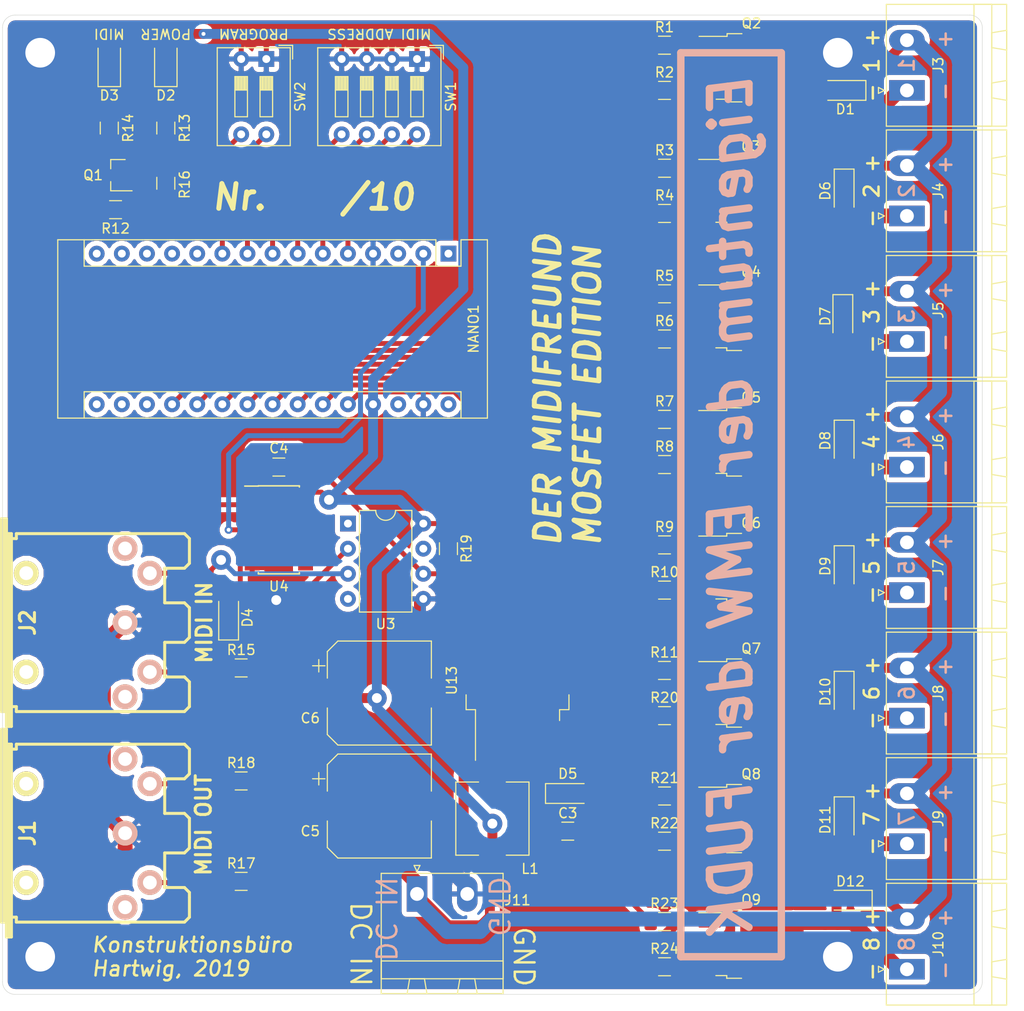
<source format=kicad_pcb>
(kicad_pcb (version 20171130) (host pcbnew "(6.0.0-rc1-dev-113-gb734953)")
  (layers (0 F.Cu signal) (31 B.Cu signal) (34 B.Paste user) (35 F.Paste user) (36 B.SilkS user) (37 F.SilkS user) (38 B.Mask user) (39 F.Mask user) (44 Edge.Cuts user))
  (net 0 "")
  (net 1 VDD)
  (net 2 GND)
  (net 3 +5V)
  (net 4 "Net-(U3-Pad1)")
  (net 5 "Net-(U3-Pad7)")
  (net 6 "Net-(U3-Pad4)")
  (net 7 "Net-(Q1-Pad1)")
  (net 8 "Net-(Q1-Pad3)")
  (net 9 "Net-(U4-Pad8)")
  (net 10 "Net-(U4-Pad10)")
  (net 11 "Net-(U4-Pad12)")
  (net 12 "Net-(D5-Pad1)")
  (net 13 "Net-(D3-Pad1)")
  (net 14 "Net-(R19-Pad2)")
  (net 15 "Net-(R12-Pad1)")
  (net 16 "Net-(R18-Pad2)")
  (net 17 "Net-(R15-Pad2)")
  (net 18 "Net-(D4-Pad2)")
  (net 19 "Net-(J1-Pad5)")
  (net 20 "Net-(J1-Pad4)")
  (net 21 "Net-(D4-Pad1)")
  (net 22 "Net-(D2-Pad1)")
  (net 23 "Net-(J2-Pad3)")
  (net 24 "Net-(J2-Pad1)")
  (net 25 "Net-(J1-Pad1)")
  (net 26 "Net-(J1-Pad3)")
  (net 27 "Net-(NANO1-Pad13)")
  (net 28 "Net-(NANO1-Pad2)")
  (net 29 "Net-(NANO1-Pad12)")
  (net 30 "Net-(D1-Pad2)")
  (net 31 "Net-(NANO1-Pad14)")
  (net 32 "Net-(NANO1-Pad1)")
  (net 33 "Net-(NANO1-Pad17)")
  (net 34 "Net-(NANO1-Pad18)")
  (net 35 "Net-(NANO1-Pad3)")
  (net 36 "Net-(NANO1-Pad19)")
  (net 37 "Net-(NANO1-Pad20)")
  (net 38 "Net-(NANO1-Pad5)")
  (net 39 "Net-(NANO1-Pad21)")
  (net 40 "Net-(NANO1-Pad6)")
  (net 41 "Net-(NANO1-Pad22)")
  (net 42 "Net-(NANO1-Pad7)")
  (net 43 "Net-(NANO1-Pad23)")
  (net 44 "Net-(NANO1-Pad8)")
  (net 45 "Net-(NANO1-Pad24)")
  (net 46 "Net-(NANO1-Pad9)")
  (net 47 "Net-(NANO1-Pad25)")
  (net 48 "Net-(NANO1-Pad10)")
  (net 49 "Net-(NANO1-Pad26)")
  (net 50 "Net-(NANO1-Pad11)")
  (net 51 "Net-(NANO1-Pad28)")
  (net 52 "Net-(NANO1-Pad30)")
  (net 53 "Net-(NANO1-Pad15)")
  (net 54 "Net-(Q9-Pad1)")
  (net 55 "Net-(Q8-Pad1)")
  (net 56 "Net-(Q7-Pad1)")
  (net 57 "Net-(Q6-Pad1)")
  (net 58 "Net-(Q5-Pad1)")
  (net 59 "Net-(Q4-Pad1)")
  (net 60 "Net-(Q3-Pad1)")
  (net 61 "Net-(Q2-Pad1)")
  (net 62 "Net-(NANO1-Pad16)")
  (net 63 "Net-(D8-Pad2)")
  (net 64 "Net-(D6-Pad2)")
  (net 65 "Net-(D7-Pad2)")
  (net 66 "Net-(D9-Pad2)")
  (net 67 "Net-(D10-Pad2)")
  (net 68 "Net-(D11-Pad2)")
  (net 69 "Net-(D12-Pad2)")
  (module Diode_SMD:D_SOD-123F (layer F.Cu) (at 85.09 43.18 270)
    (fp_text reference D8 (at -0.127 1.905 270) (layer F.SilkS))
    (fp_text value 1N4001)
    (pad 2 smd rect (at 1.4 0 270) (size 1.1 1.1) (layers F.Cu F.Paste F.Mask) (net 63 "Net-(D8-Pad2)"))
    (pad 1 smd rect (at -1.4 0 270) (size 1.1 1.1) (layers F.Cu F.Paste F.Mask) (net 1 VDD))
  )
  (module Diode_SMD:D_SOD-123F (layer F.Cu) (at 85.09 55.88 270)
    (fp_text reference D9 (at -0.127 1.905 270) (layer F.SilkS))
    (fp_text value 1N4001)
    (pad 1 smd rect (at -1.4 0 270) (size 1.1 1.1) (layers F.Cu F.Paste F.Mask) (net 1 VDD))
    (pad 2 smd rect (at 1.4 0 270) (size 1.1 1.1) (layers F.Cu F.Paste F.Mask) (net 66 "Net-(D9-Pad2)"))
  )
  (module Diode_SMD:D_SOD-123F (layer F.Cu) (at 85.09 68.58 270)
    (fp_text reference D10 (at -0.127 1.905 270) (layer F.SilkS))
    (fp_text value 1N4001)
    (pad 2 smd rect (at 1.4 0 270) (size 1.1 1.1) (layers F.Cu F.Paste F.Mask) (net 67 "Net-(D10-Pad2)"))
    (pad 1 smd rect (at -1.4 0 270) (size 1.1 1.1) (layers F.Cu F.Paste F.Mask) (net 1 VDD))
  )
  (module Diode_SMD:D_SOD-123F (layer F.Cu) (at 85.09 81.28 270)
    (fp_text reference D11 (at 0.13 1.905 270) (layer F.SilkS))
    (fp_text value 1N4001)
    (pad 1 smd rect (at -1.4 0 270) (size 1.1 1.1) (layers F.Cu F.Paste F.Mask) (net 1 VDD))
    (pad 2 smd rect (at 1.4 0 270) (size 1.1 1.1) (layers F.Cu F.Paste F.Mask) (net 68 "Net-(D11-Pad2)"))
  )
  (module Diode_SMD:D_SOD-123F (layer F.Cu) (at 85.725 89.535 180)
    (fp_text reference D12 (at 0 1.905 180) (layer F.SilkS))
    (fp_text value 1N4001)
    (pad 2 smd rect (at 1.4 0 180) (size 1.1 1.1) (layers F.Cu F.Paste F.Mask) (net 69 "Net-(D12-Pad2)"))
    (pad 1 smd rect (at -1.4 0 180) (size 1.1 1.1) (layers F.Cu F.Paste F.Mask) (net 1 VDD))
  )
  (module Diode_SMD:D_SOD-123F (layer F.Cu) (at 84.96 30.48 270)
    (fp_text reference D7 (at 0 1.775 270) (layer F.SilkS))
    (fp_text value 1N4001)
    (pad 1 smd rect (at -1.4 0 270) (size 1.1 1.1) (layers F.Cu F.Paste F.Mask) (net 1 VDD))
    (pad 2 smd rect (at 1.4 0 270) (size 1.1 1.1) (layers F.Cu F.Paste F.Mask) (net 65 "Net-(D7-Pad2)"))
  )
  (module Diode_SMD:D_SOD-123F (layer F.Cu) (at 85.09 17.78 270)
    (fp_text reference D6 (at 0 1.905 270) (layer F.SilkS))
    (fp_text value 1N4001)
    (pad 2 smd rect (at 1.4 0 270) (size 1.1 1.1) (layers F.Cu F.Paste F.Mask) (net 64 "Net-(D6-Pad2)"))
    (pad 1 smd rect (at -1.4 0 270) (size 1.1 1.1) (layers F.Cu F.Paste F.Mask) (net 1 VDD))
  )
  (module Diode_SMD:D_SOD-123F (layer F.Cu) (at 85.09 7.62 180)
    (fp_text reference D1 (at -0.127 -1.905 180) (layer F.SilkS))
    (fp_text value 1N4001)
    (pad 1 smd rect (at -1.4 0 180) (size 1.1 1.1) (layers F.Cu F.Paste F.Mask) (net 1 VDD))
    (pad 2 smd rect (at 1.4 0 180) (size 1.1 1.1) (layers F.Cu F.Paste F.Mask) (net 30 "Net-(D1-Pad2)"))
  )
  (module Package_TO_SOT_SMD:TO-252-2 (layer F.Cu) (at 75.692 17.78)
    (fp_text reference Q3 (at 0 -4.5) (layer F.SilkS))
    (fp_text value IRLR7843)
    (pad 1 smd rect (at -4.2 -2.28) (size 2.2 1.2) (layers F.Cu F.Paste F.Mask) (net 60 "Net-(Q3-Pad1)"))
    (pad 3 smd rect (at -4.2 2.28) (size 2.2 1.2) (layers F.Cu F.Paste F.Mask) (net 2 GND))
    (pad 2 smd rect (at 2.1 0) (size 6.4 5.8) (layers F.Cu F.Mask) (net 64 "Net-(D6-Pad2)"))
  )
  (module Package_TO_SOT_SMD:TO-252-2 (layer F.Cu) (at 75.692 30.48)
    (fp_text reference Q4 (at 0 -4.5) (layer F.SilkS))
    (fp_text value IRLR7843)
    (pad 2 smd rect (at 2.1 0) (size 6.4 5.8) (layers F.Cu F.Mask) (net 65 "Net-(D7-Pad2)"))
    (pad 3 smd rect (at -4.2 2.28) (size 2.2 1.2) (layers F.Cu F.Paste F.Mask) (net 2 GND))
    (pad 1 smd rect (at -4.2 -2.28) (size 2.2 1.2) (layers F.Cu F.Paste F.Mask) (net 59 "Net-(Q4-Pad1)"))
  )
  (module Package_TO_SOT_SMD:TO-252-2 (layer F.Cu) (at 75.692 93.98)
    (fp_text reference Q9 (at 0 -4.5) (layer F.SilkS))
    (fp_text value IRLR7843)
    (pad 1 smd rect (at -4.2 -2.28) (size 2.2 1.2) (layers F.Cu F.Paste F.Mask) (net 54 "Net-(Q9-Pad1)"))
    (pad 3 smd rect (at -4.2 2.28) (size 2.2 1.2) (layers F.Cu F.Paste F.Mask) (net 2 GND))
    (pad 2 smd rect (at 2.1 0) (size 6.4 5.8) (layers F.Cu F.Mask) (net 69 "Net-(D12-Pad2)"))
  )
  (module Package_TO_SOT_SMD:TO-252-2 (layer F.Cu) (at 75.692 81.28)
    (fp_text reference Q8 (at 0 -4.5) (layer F.SilkS))
    (fp_text value IRLR7843)
    (pad 2 smd rect (at 2.1 0) (size 6.4 5.8) (layers F.Cu F.Mask) (net 68 "Net-(D11-Pad2)"))
    (pad 3 smd rect (at -4.2 2.28) (size 2.2 1.2) (layers F.Cu F.Paste F.Mask) (net 2 GND))
    (pad 1 smd rect (at -4.2 -2.28) (size 2.2 1.2) (layers F.Cu F.Paste F.Mask) (net 55 "Net-(Q8-Pad1)"))
  )
  (module Package_TO_SOT_SMD:TO-252-2 (layer F.Cu) (at 75.692 68.58)
    (fp_text reference Q7 (at 0 -4.5) (layer F.SilkS))
    (fp_text value IRLR7843)
    (pad 1 smd rect (at -4.2 -2.28) (size 2.2 1.2) (layers F.Cu F.Paste F.Mask) (net 56 "Net-(Q7-Pad1)"))
    (pad 3 smd rect (at -4.2 2.28) (size 2.2 1.2) (layers F.Cu F.Paste F.Mask) (net 2 GND))
    (pad 2 smd rect (at 2.1 0) (size 6.4 5.8) (layers F.Cu F.Mask) (net 67 "Net-(D10-Pad2)"))
  )
  (module Package_TO_SOT_SMD:TO-252-2 (layer F.Cu) (at 75.692 55.88)
    (fp_text reference Q6 (at 0 -4.5) (layer F.SilkS))
    (fp_text value IRLR7843)
    (pad 2 smd rect (at 2.1 0) (size 6.4 5.8) (layers F.Cu F.Mask) (net 66 "Net-(D9-Pad2)"))
    (pad 3 smd rect (at -4.2 2.28) (size 2.2 1.2) (layers F.Cu F.Paste F.Mask) (net 2 GND))
    (pad 1 smd rect (at -4.2 -2.28) (size 2.2 1.2) (layers F.Cu F.Paste F.Mask) (net 57 "Net-(Q6-Pad1)"))
  )
  (module Package_TO_SOT_SMD:TO-252-2 (layer F.Cu) (at 75.692 43.18)
    (fp_text reference Q5 (at 0 -4.5) (layer F.SilkS))
    (fp_text value IRLR7843)
    (pad 1 smd rect (at -4.2 -2.28) (size 2.2 1.2) (layers F.Cu F.Paste F.Mask) (net 58 "Net-(Q5-Pad1)"))
    (pad 3 smd rect (at -4.2 2.28) (size 2.2 1.2) (layers F.Cu F.Paste F.Mask) (net 2 GND))
    (pad 2 smd rect (at 2.1 0) (size 6.4 5.8) (layers F.Cu F.Mask) (net 63 "Net-(D8-Pad2)"))
  )
  (module Resistor_SMD:R_1206_3216Metric (layer F.Cu) (at 66.926 3.048)
    (fp_text reference R1 (at 0 -1.82) (layer F.SilkS))
    (fp_text value 220)
    (pad 2 smd roundrect (at 1.4 0) (size 1.25 1.75) (layers F.Cu F.Paste F.Mask) (roundrect_rratio 0.2) (net 61 "Net-(Q2-Pad1)"))
    (pad 1 smd roundrect (at -1.4 0) (size 1.25 1.75) (layers F.Cu F.Paste F.Mask) (roundrect_rratio 0.2) (net 36 "Net-(NANO1-Pad19)"))
  )
  (module Resistor_SMD:R_1206_3216Metric (layer F.Cu) (at 66.932 7.62)
    (fp_text reference R2 (at 0 -1.82) (layer F.SilkS))
    (fp_text value 10k)
    (pad 1 smd roundrect (at -1.4 0) (size 1.25 1.75) (layers F.Cu F.Paste F.Mask) (roundrect_rratio 0.2) (net 61 "Net-(Q2-Pad1)"))
    (pad 2 smd roundrect (at 1.4 0) (size 1.25 1.75) (layers F.Cu F.Paste F.Mask) (roundrect_rratio 0.2) (net 2 GND))
  )
  (module Resistor_SMD:R_1206_3216Metric (layer F.Cu) (at 66.932 15.494)
    (fp_text reference R3 (at 0 -1.82) (layer F.SilkS))
    (fp_text value 220)
    (pad 2 smd roundrect (at 1.4 0) (size 1.25 1.75) (layers F.Cu F.Paste F.Mask) (roundrect_rratio 0.2) (net 60 "Net-(Q3-Pad1)"))
    (pad 1 smd roundrect (at -1.4 0) (size 1.25 1.75) (layers F.Cu F.Paste F.Mask) (roundrect_rratio 0.2) (net 37 "Net-(NANO1-Pad20)"))
  )
  (module Resistor_SMD:R_1206_3216Metric (layer F.Cu) (at 66.932 20.066)
    (fp_text reference R4 (at 0 -1.82) (layer F.SilkS))
    (fp_text value 10k)
    (pad 1 smd roundrect (at -1.4 0) (size 1.25 1.75) (layers F.Cu F.Paste F.Mask) (roundrect_rratio 0.2) (net 60 "Net-(Q3-Pad1)"))
    (pad 2 smd roundrect (at 1.4 0) (size 1.25 1.75) (layers F.Cu F.Paste F.Mask) (roundrect_rratio 0.2) (net 2 GND))
  )
  (module Resistor_SMD:R_1206_3216Metric (layer F.Cu) (at 66.932 28.194)
    (fp_text reference R5 (at 0 -1.82) (layer F.SilkS))
    (fp_text value 220)
    (pad 2 smd roundrect (at 1.4 0) (size 1.25 1.75) (layers F.Cu F.Paste F.Mask) (roundrect_rratio 0.2) (net 59 "Net-(Q4-Pad1)"))
    (pad 1 smd roundrect (at -1.4 0) (size 1.25 1.75) (layers F.Cu F.Paste F.Mask) (roundrect_rratio 0.2) (net 39 "Net-(NANO1-Pad21)"))
  )
  (module Resistor_SMD:R_1206_3216Metric (layer F.Cu) (at 66.932 32.766)
    (fp_text reference R6 (at 0 -1.82) (layer F.SilkS))
    (fp_text value 10k)
    (pad 1 smd roundrect (at -1.4 0) (size 1.25 1.75) (layers F.Cu F.Paste F.Mask) (roundrect_rratio 0.2) (net 59 "Net-(Q4-Pad1)"))
    (pad 2 smd roundrect (at 1.4 0) (size 1.25 1.75) (layers F.Cu F.Paste F.Mask) (roundrect_rratio 0.2) (net 2 GND))
  )
  (module Resistor_SMD:R_1206_3216Metric (layer F.Cu) (at 66.932 40.894)
    (fp_text reference R7 (at 0 -1.82) (layer F.SilkS))
    (fp_text value 220)
    (pad 2 smd roundrect (at 1.4 0) (size 1.25 1.75) (layers F.Cu F.Paste F.Mask) (roundrect_rratio 0.2) (net 58 "Net-(Q5-Pad1)"))
    (pad 1 smd roundrect (at -1.4 0) (size 1.25 1.75) (layers F.Cu F.Paste F.Mask) (roundrect_rratio 0.2) (net 41 "Net-(NANO1-Pad22)"))
  )
  (module Resistor_SMD:R_1206_3216Metric (layer F.Cu) (at 66.932 45.466)
    (fp_text reference R8 (at 0 -1.82) (layer F.SilkS))
    (fp_text value 10k)
    (pad 1 smd roundrect (at -1.4 0) (size 1.25 1.75) (layers F.Cu F.Paste F.Mask) (roundrect_rratio 0.2) (net 58 "Net-(Q5-Pad1)"))
    (pad 2 smd roundrect (at 1.4 0) (size 1.25 1.75) (layers F.Cu F.Paste F.Mask) (roundrect_rratio 0.2) (net 2 GND))
  )
  (module Resistor_SMD:R_1206_3216Metric (layer F.Cu) (at 66.932 53.594)
    (fp_text reference R9 (at 0 -1.82) (layer F.SilkS))
    (fp_text value 220)
    (pad 2 smd roundrect (at 1.4 0) (size 1.25 1.75) (layers F.Cu F.Paste F.Mask) (roundrect_rratio 0.2) (net 57 "Net-(Q6-Pad1)"))
    (pad 1 smd roundrect (at -1.4 0) (size 1.25 1.75) (layers F.Cu F.Paste F.Mask) (roundrect_rratio 0.2) (net 43 "Net-(NANO1-Pad23)"))
  )
  (module Resistor_SMD:R_1206_3216Metric (layer F.Cu) (at 66.932 58.166)
    (fp_text reference R10 (at 0 -1.82) (layer F.SilkS))
    (fp_text value 10k)
    (pad 1 smd roundrect (at -1.4 0) (size 1.25 1.75) (layers F.Cu F.Paste F.Mask) (roundrect_rratio 0.2) (net 57 "Net-(Q6-Pad1)"))
    (pad 2 smd roundrect (at 1.4 0) (size 1.25 1.75) (layers F.Cu F.Paste F.Mask) (roundrect_rratio 0.2) (net 2 GND))
  )
  (module Resistor_SMD:R_1206_3216Metric (layer F.Cu) (at 66.926 66.294)
    (fp_text reference R11 (at 0 -1.82) (layer F.SilkS))
    (fp_text value 220)
    (pad 2 smd roundrect (at 1.4 0) (size 1.25 1.75) (layers F.Cu F.Paste F.Mask) (roundrect_rratio 0.2) (net 56 "Net-(Q7-Pad1)"))
    (pad 1 smd roundrect (at -1.4 0) (size 1.25 1.75) (layers F.Cu F.Paste F.Mask) (roundrect_rratio 0.2) (net 45 "Net-(NANO1-Pad24)"))
  )
  (module Resistor_SMD:R_1206_3216Metric (layer F.Cu) (at 66.932 70.866)
    (fp_text reference R20 (at 0 -1.82) (layer F.SilkS))
    (fp_text value 10k)
    (pad 1 smd roundrect (at -1.4 0) (size 1.25 1.75) (layers F.Cu F.Paste F.Mask) (roundrect_rratio 0.2) (net 56 "Net-(Q7-Pad1)"))
    (pad 2 smd roundrect (at 1.4 0) (size 1.25 1.75) (layers F.Cu F.Paste F.Mask) (roundrect_rratio 0.2) (net 2 GND))
  )
  (module Resistor_SMD:R_1206_3216Metric (layer F.Cu) (at 66.932 78.994)
    (fp_text reference R21 (at 0 -1.82) (layer F.SilkS))
    (fp_text value 220)
    (pad 2 smd roundrect (at 1.4 0) (size 1.25 1.75) (layers F.Cu F.Paste F.Mask) (roundrect_rratio 0.2) (net 55 "Net-(Q8-Pad1)"))
    (pad 1 smd roundrect (at -1.4 0) (size 1.25 1.75) (layers F.Cu F.Paste F.Mask) (roundrect_rratio 0.2) (net 47 "Net-(NANO1-Pad25)"))
  )
  (module Resistor_SMD:R_1206_3216Metric (layer F.Cu) (at 66.932 83.566)
    (fp_text reference R22 (at 0 -1.82) (layer F.SilkS))
    (fp_text value 10k)
    (pad 1 smd roundrect (at -1.4 0) (size 1.25 1.75) (layers F.Cu F.Paste F.Mask) (roundrect_rratio 0.2) (net 55 "Net-(Q8-Pad1)"))
    (pad 2 smd roundrect (at 1.4 0) (size 1.25 1.75) (layers F.Cu F.Paste F.Mask) (roundrect_rratio 0.2) (net 2 GND))
  )
  (module Resistor_SMD:R_1206_3216Metric (layer F.Cu) (at 66.932 91.694)
    (fp_text reference R23 (at 0 -1.82) (layer F.SilkS))
    (fp_text value 220)
    (pad 2 smd roundrect (at 1.4 0) (size 1.25 1.75) (layers F.Cu F.Paste F.Mask) (roundrect_rratio 0.2) (net 54 "Net-(Q9-Pad1)"))
    (pad 1 smd roundrect (at -1.4 0) (size 1.25 1.75) (layers F.Cu F.Paste F.Mask) (roundrect_rratio 0.2) (net 49 "Net-(NANO1-Pad26)"))
  )
  (module Resistor_SMD:R_1206_3216Metric (layer F.Cu) (at 66.932 96.266)
    (fp_text reference R24 (at 0 -1.82) (layer F.SilkS))
    (fp_text value 10k)
    (pad 1 smd roundrect (at -1.4 0) (size 1.25 1.75) (layers F.Cu F.Paste F.Mask) (roundrect_rratio 0.2) (net 54 "Net-(Q9-Pad1)"))
    (pad 2 smd roundrect (at 1.4 0) (size 1.25 1.75) (layers F.Cu F.Paste F.Mask) (roundrect_rratio 0.2) (net 2 GND))
  )
  (module Module:Arduino_Nano (layer F.Cu) (at 45.085 24.13 270)
    (fp_text reference NANO1 (at 7.62 -2.54 270) (layer F.SilkS))
    (fp_text value Arduino_Nano_v3.x)
    (pad 1 thru_hole rect (at 0 0 270) (size 1.6 1.6) (drill 0.8) (layers *.Cu *.Mask) (net 32 "Net-(NANO1-Pad1)"))
    (pad 17 thru_hole oval (at 15.24 33.02 270) (size 1.6 1.6) (drill 0.8) (layers *.Cu *.Mask) (net 33 "Net-(NANO1-Pad17)"))
    (pad 2 thru_hole oval (at 0 2.54 270) (size 1.6 1.6) (drill 0.8) (layers *.Cu *.Mask) (net 28 "Net-(NANO1-Pad2)"))
    (pad 18 thru_hole oval (at 15.24 30.48 270) (size 1.6 1.6) (drill 0.8) (layers *.Cu *.Mask) (net 34 "Net-(NANO1-Pad18)"))
    (pad 3 thru_hole oval (at 0 5.08 270) (size 1.6 1.6) (drill 0.8) (layers *.Cu *.Mask) (net 35 "Net-(NANO1-Pad3)"))
    (pad 19 thru_hole oval (at 15.24 27.94 270) (size 1.6 1.6) (drill 0.8) (layers *.Cu *.Mask) (net 36 "Net-(NANO1-Pad19)"))
    (pad 4 thru_hole oval (at 0 7.62 270) (size 1.6 1.6) (drill 0.8) (layers *.Cu *.Mask) (net 2 GND))
    (pad 20 thru_hole oval (at 15.24 25.4 270) (size 1.6 1.6) (drill 0.8) (layers *.Cu *.Mask) (net 37 "Net-(NANO1-Pad20)"))
    (pad 5 thru_hole oval (at 0 10.16 270) (size 1.6 1.6) (drill 0.8) (layers *.Cu *.Mask) (net 38 "Net-(NANO1-Pad5)"))
    (pad 21 thru_hole oval (at 15.24 22.86 270) (size 1.6 1.6) (drill 0.8) (layers *.Cu *.Mask) (net 39 "Net-(NANO1-Pad21)"))
    (pad 6 thru_hole oval (at 0 12.7 270) (size 1.6 1.6) (drill 0.8) (layers *.Cu *.Mask) (net 40 "Net-(NANO1-Pad6)"))
    (pad 22 thru_hole oval (at 15.24 20.32 270) (size 1.6 1.6) (drill 0.8) (layers *.Cu *.Mask) (net 41 "Net-(NANO1-Pad22)"))
    (pad 7 thru_hole oval (at 0 15.24 270) (size 1.6 1.6) (drill 0.8) (layers *.Cu *.Mask) (net 42 "Net-(NANO1-Pad7)"))
    (pad 23 thru_hole oval (at 15.24 17.78 270) (size 1.6 1.6) (drill 0.8) (layers *.Cu *.Mask) (net 43 "Net-(NANO1-Pad23)"))
    (pad 8 thru_hole oval (at 0 17.78 270) (size 1.6 1.6) (drill 0.8) (layers *.Cu *.Mask) (net 44 "Net-(NANO1-Pad8)"))
    (pad 24 thru_hole oval (at 15.24 15.24 270) (size 1.6 1.6) (drill 0.8) (layers *.Cu *.Mask) (net 45 "Net-(NANO1-Pad24)"))
    (pad 9 thru_hole oval (at 0 20.32 270) (size 1.6 1.6) (drill 0.8) (layers *.Cu *.Mask) (net 46 "Net-(NANO1-Pad9)"))
    (pad 25 thru_hole oval (at 15.24 12.7 270) (size 1.6 1.6) (drill 0.8) (layers *.Cu *.Mask) (net 47 "Net-(NANO1-Pad25)"))
    (pad 10 thru_hole oval (at 0 22.86 270) (size 1.6 1.6) (drill 0.8) (layers *.Cu *.Mask) (net 48 "Net-(NANO1-Pad10)"))
    (pad 26 thru_hole oval (at 15.24 10.16 270) (size 1.6 1.6) (drill 0.8) (layers *.Cu *.Mask) (net 49 "Net-(NANO1-Pad26)"))
    (pad 11 thru_hole oval (at 0 25.4 270) (size 1.6 1.6) (drill 0.8) (layers *.Cu *.Mask) (net 50 "Net-(NANO1-Pad11)"))
    (pad 27 thru_hole oval (at 15.24 7.62 270) (size 1.6 1.6) (drill 0.8) (layers *.Cu *.Mask) (net 3 +5V))
    (pad 12 thru_hole oval (at 0 27.94 270) (size 1.6 1.6) (drill 0.8) (layers *.Cu *.Mask) (net 29 "Net-(NANO1-Pad12)"))
    (pad 28 thru_hole oval (at 15.24 5.08 270) (size 1.6 1.6) (drill 0.8) (layers *.Cu *.Mask) (net 51 "Net-(NANO1-Pad28)"))
    (pad 13 thru_hole oval (at 0 30.48 270) (size 1.6 1.6) (drill 0.8) (layers *.Cu *.Mask) (net 27 "Net-(NANO1-Pad13)"))
    (pad 29 thru_hole oval (at 15.24 2.54 270) (size 1.6 1.6) (drill 0.8) (layers *.Cu *.Mask) (net 2 GND))
    (pad 14 thru_hole oval (at 0 33.02 270) (size 1.6 1.6) (drill 0.8) (layers *.Cu *.Mask) (net 31 "Net-(NANO1-Pad14)"))
    (pad 30 thru_hole oval (at 15.24 0 270) (size 1.6 1.6) (drill 0.8) (layers *.Cu *.Mask) (net 52 "Net-(NANO1-Pad30)"))
    (pad 15 thru_hole oval (at 0 35.56 270) (size 1.6 1.6) (drill 0.8) (layers *.Cu *.Mask) (net 53 "Net-(NANO1-Pad15)"))
    (pad 16 thru_hole oval (at 15.24 35.56 270) (size 1.6 1.6) (drill 0.8) (layers *.Cu *.Mask) (net 62 "Net-(NANO1-Pad16)"))
  )
  (module Package_TO_SOT_SMD:TO-252-2 (layer F.Cu) (at 75.727 5.333)
    (fp_text reference Q2 (at 0 -4.5) (layer F.SilkS))
    (fp_text value IRLR7843)
    (pad 2 smd rect (at 2.1 0) (size 6.4 5.8) (layers F.Cu F.Mask) (net 30 "Net-(D1-Pad2)"))
    (pad 3 smd rect (at -4.2 2.28) (size 2.2 1.2) (layers F.Cu F.Paste F.Mask) (net 2 GND))
    (pad 1 smd rect (at -4.2 -2.28) (size 2.2 1.2) (layers F.Cu F.Paste F.Mask) (net 61 "Net-(Q2-Pad1)"))
  )
  (module Button_Switch_THT:SW_DIP_SPSTx02_Slide_9.78x7.26mm_W7.62mm_P2.54mm (layer F.Cu) (at 26.67 4.445 270)
    (fp_text reference SW2 (at 3.81 -3.42 270) (layer F.SilkS))
    (fp_text value SW_DIP_x02)
    (pad 1 thru_hole rect (at 0 0 270) (size 1.6 1.6) (drill 0.8) (layers *.Cu *.Mask) (net 2 GND))
    (pad 3 thru_hole oval (at 7.62 2.54 270) (size 1.6 1.6) (drill 0.8) (layers *.Cu *.Mask) (net 48 "Net-(NANO1-Pad10)"))
    (pad 2 thru_hole oval (at 0 2.54 270) (size 1.6 1.6) (drill 0.8) (layers *.Cu *.Mask) (net 2 GND))
    (pad 4 thru_hole oval (at 7.62 0 270) (size 1.6 1.6) (drill 0.8) (layers *.Cu *.Mask) (net 46 "Net-(NANO1-Pad9)"))
  )
  (module Resistor_SMD:R_1206_3216Metric (layer F.Cu) (at 16.51 17.015 90)
    (fp_text reference R16 (at -0.13 1.905 90) (layer F.SilkS))
    (fp_text value 100k)
    (pad 1 smd roundrect (at -1.4 0 90) (size 1.25 1.75) (layers F.Cu F.Paste F.Mask) (roundrect_rratio 0.2) (net 7 "Net-(Q1-Pad1)"))
    (pad 2 smd roundrect (at 1.4 0 90) (size 1.25 1.75) (layers F.Cu F.Paste F.Mask) (roundrect_rratio 0.2) (net 2 GND))
  )
  (module Eurocad:MIDI_DIN5 (layer F.Cu) (at 9.397999 82.752761 270)
    (fp_text reference J1 (at 0 6.857999 270) (layer F.SilkS) (effects (font (size 1.524 1.524) (thickness 0.3048))))
    (fp_text value "MIDI OUT" (at -0.837761 -10.922001 270) (layer F.SilkS) (effects (font (size 1.524 1.524) (thickness 0.3048))))
    (pad "" np_thru_hole circle (at -5.00126 6.9977 270) (size 2.49936 2.49936) (drill 1.397) (layers *.Cu *.Mask F.SilkS))
    (pad "" np_thru_hole circle (at 5.00126 6.9977 270) (size 2.49936 2.49936) (drill 1.397) (layers *.Cu *.Mask F.SilkS))
    (pad 5 thru_hole circle (at -4.99618 -5.4991 270) (size 2.49936 2.49936) (drill 1.397) (layers *.Cu *.SilkS *.Mask) (net 19 "Net-(J1-Pad5)"))
    (pad 1 thru_hole circle (at 7.49808 -2.9972 270) (size 2.49936 2.49936) (drill 1.397) (layers *.Cu *.SilkS *.Mask) (net 25 "Net-(J1-Pad1)"))
    (pad 2 thru_hole circle (at 0 -2.99974 270) (size 2.49936 2.49936) (drill 1.397) (layers *.Cu *.SilkS *.Mask) (net 2 GND))
    (pad 4 thru_hole circle (at 4.99618 -5.4991 270) (size 2.49936 2.49936) (drill 1.397) (layers *.Cu *.SilkS *.Mask) (net 20 "Net-(J1-Pad4)"))
    (pad 3 thru_hole circle (at -7.49808 -2.9972 270) (size 2.49936 2.49936) (drill 1.397) (layers *.Cu *.SilkS *.Mask) (net 26 "Net-(J1-Pad3)"))
  )
  (module Eurocad:MIDI_DIN5 (layer F.Cu) (at 9.397999 61.452761 270)
    (fp_text reference J2 (at 0 6.857999 270) (layer F.SilkS) (effects (font (size 1.524 1.524) (thickness 0.3048))))
    (fp_text value "MIDI IN" (at 0 -11.00074 270) (layer F.SilkS) (effects (font (size 1.524 1.524) (thickness 0.3048))))
    (pad 3 thru_hole circle (at -7.49808 -2.9972 270) (size 2.49936 2.49936) (drill 1.397) (layers *.Cu *.SilkS *.Mask) (net 23 "Net-(J2-Pad3)"))
    (pad 4 thru_hole circle (at 4.99618 -5.4991 270) (size 2.49936 2.49936) (drill 1.397) (layers *.Cu *.SilkS *.Mask) (net 21 "Net-(D4-Pad1)"))
    (pad 2 thru_hole circle (at 0 -2.99974 270) (size 2.49936 2.49936) (drill 1.397) (layers *.Cu *.SilkS *.Mask) (net 2 GND))
    (pad 1 thru_hole circle (at 7.49808 -2.9972 270) (size 2.49936 2.49936) (drill 1.397) (layers *.Cu *.SilkS *.Mask) (net 24 "Net-(J2-Pad1)"))
    (pad 5 thru_hole circle (at -4.99618 -5.4991 270) (size 2.49936 2.49936) (drill 1.397) (layers *.Cu *.SilkS *.Mask) (net 18 "Net-(D4-Pad2)"))
    (pad "" np_thru_hole circle (at 5.00126 6.9977 270) (size 2.49936 2.49936) (drill 1.397) (layers *.Cu *.Mask F.SilkS))
    (pad "" np_thru_hole circle (at -5.00126 6.9977 270) (size 2.49936 2.49936) (drill 1.397) (layers *.Cu *.Mask F.SilkS))
  )
  (module Capacitor_SMD:C_1206_3216Metric (layer F.Cu) (at 57.15 82.55)
    (fp_text reference C3 (at 0 -1.82) (layer F.SilkS))
    (fp_text value 100n)
    (pad 1 smd roundrect (at -1.4 0) (size 1.25 1.75) (layers F.Cu F.Paste F.Mask) (roundrect_rratio 0.2) (net 3 +5V))
    (pad 2 smd roundrect (at 1.4 0) (size 1.25 1.75) (layers F.Cu F.Paste F.Mask) (roundrect_rratio 0.2) (net 2 GND))
  )
  (module Capacitor_SMD:CP_Elec_10x10 (layer F.Cu) (at 38.1 80.01)
    (fp_text reference C5 (at -6.985 2.54) (layer F.SilkS))
    (fp_text value 330uF)
    (pad 2 smd rect (at 4 0) (size 4 2.5) (layers F.Cu F.Paste F.Mask) (net 2 GND))
    (pad 1 smd rect (at -4 0) (size 4 2.5) (layers F.Cu F.Paste F.Mask) (net 1 VDD))
  )
  (module Capacitor_SMD:CP_Elec_10x10 (layer F.Cu) (at 38.1 68.58)
    (fp_text reference C6 (at -6.985 2.54) (layer F.SilkS))
    (fp_text value 330uF)
    (pad 1 smd rect (at -4 0) (size 4 2.5) (layers F.Cu F.Paste F.Mask) (net 3 +5V))
    (pad 2 smd rect (at 4 0) (size 4 2.5) (layers F.Cu F.Paste F.Mask) (net 2 GND))
  )
  (module Inductor_SMD:L_7.3x7.3_H3.5 (layer F.Cu) (at 49.53 81.28 270)
    (fp_text reference L1 (at 5.08 -3.81 180) (layer F.SilkS))
    (fp_text value 330uH)
    (pad 1 smd rect (at -3.2 0 270) (size 1.5 2.2) (layers F.Cu F.Paste F.Mask) (net 12 "Net-(D5-Pad1)"))
    (pad 2 smd rect (at 3.2 0 270) (size 1.5 2.2) (layers F.Cu F.Paste F.Mask) (net 3 +5V))
  )
  (module Connector_Phoenix_MSTB:PhoenixContact_MSTBA_2,5_2-G-5,08_1x02_P5.08mm_Horizontal (layer F.Cu) (at 41.91 88.9)
    (fp_text reference J11 (at 10.16 0.635) (layer F.SilkS))
    (fp_text value Conn_01x02)
    (pad 1 thru_hole rect (at 0 0) (size 2.08 3.6) (drill 1.4) (layers *.Cu *.Mask) (net 1 VDD))
    (pad 2 thru_hole oval (at 5.08 0) (size 2.08 3.6) (drill 1.4) (layers *.Cu *.Mask) (net 2 GND))
  )
  (module Capacitor_SMD:C_1206_3216Metric (layer F.Cu) (at 27.94 45.72 180)
    (fp_text reference C4 (at 0 1.905 180) (layer F.SilkS))
    (fp_text value 100n)
    (pad 1 smd roundrect (at -1.4 0 180) (size 1.25 1.75) (layers F.Cu F.Paste F.Mask) (roundrect_rratio 0.2) (net 3 +5V))
    (pad 2 smd roundrect (at 1.4 0 180) (size 1.25 1.75) (layers F.Cu F.Paste F.Mask) (roundrect_rratio 0.2) (net 2 GND))
  )
  (module Diode_SMD:D_SOD-123 (layer F.Cu) (at 22.86 60.96 90)
    (fp_text reference D4 (at 0 1.905 90) (layer F.SilkS))
    (fp_text value 1N4148)
    (pad 2 smd rect (at 1.65 0 90) (size 0.9 1.2) (layers F.Cu F.Paste F.Mask) (net 18 "Net-(D4-Pad2)"))
    (pad 1 smd rect (at -1.65 0 90) (size 0.9 1.2) (layers F.Cu F.Paste F.Mask) (net 21 "Net-(D4-Pad1)"))
  )
  (module Diode_SMD:D_SOD-123 (layer F.Cu) (at 57.15 78.74)
    (fp_text reference D5 (at 0 -2) (layer F.SilkS))
    (fp_text value 1N5819)
    (pad 1 smd rect (at -1.65 0) (size 0.9 1.2) (layers F.Cu F.Paste F.Mask) (net 12 "Net-(D5-Pad1)"))
    (pad 2 smd rect (at 1.65 0) (size 0.9 1.2) (layers F.Cu F.Paste F.Mask) (net 2 GND))
  )
  (module LED_SMD:LED_1206_3216Metric (layer F.Cu) (at 16.51 4.95 90)
    (fp_text reference D2 (at -3.175 0 180) (layer F.SilkS))
    (fp_text value POWER)
    (pad 2 smd roundrect (at 1.4 0 90) (size 1.25 1.75) (layers F.Cu F.Paste F.Mask) (roundrect_rratio 0.2) (net 3 +5V))
    (pad 1 smd roundrect (at -1.4 0 90) (size 1.25 1.75) (layers F.Cu F.Paste F.Mask) (roundrect_rratio 0.2) (net 22 "Net-(D2-Pad1)"))
  )
  (module LED_SMD:LED_1206_3216Metric (layer F.Cu) (at 10.795 4.95 90)
    (fp_text reference D3 (at -3.175 0 180) (layer F.SilkS))
    (fp_text value MIDI)
    (pad 1 smd roundrect (at -1.4 0 90) (size 1.25 1.75) (layers F.Cu F.Paste F.Mask) (roundrect_rratio 0.2) (net 13 "Net-(D3-Pad1)"))
    (pad 2 smd roundrect (at 1.4 0 90) (size 1.25 1.75) (layers F.Cu F.Paste F.Mask) (roundrect_rratio 0.2) (net 3 +5V))
  )
  (module Resistor_SMD:R_1206_3216Metric (layer F.Cu) (at 11.43 19.685)
    (fp_text reference R12 (at 0 1.905) (layer F.SilkS))
    (fp_text value 470)
    (pad 1 smd roundrect (at -1.4 0) (size 1.25 1.75) (layers F.Cu F.Paste F.Mask) (roundrect_rratio 0.2) (net 15 "Net-(R12-Pad1)"))
    (pad 2 smd roundrect (at 1.4 0) (size 1.25 1.75) (layers F.Cu F.Paste F.Mask) (roundrect_rratio 0.2) (net 7 "Net-(Q1-Pad1)"))
  )
  (module Resistor_SMD:R_1206_3216Metric (layer F.Cu) (at 16.51 11.43 90)
    (fp_text reference R13 (at 0 1.905 90) (layer F.SilkS))
    (fp_text value 220)
    (pad 2 smd roundrect (at 1.4 0 90) (size 1.25 1.75) (layers F.Cu F.Paste F.Mask) (roundrect_rratio 0.2) (net 22 "Net-(D2-Pad1)"))
    (pad 1 smd roundrect (at -1.4 0 90) (size 1.25 1.75) (layers F.Cu F.Paste F.Mask) (roundrect_rratio 0.2) (net 2 GND))
  )
  (module Resistor_SMD:R_1206_3216Metric (layer F.Cu) (at 10.795 11.43 270)
    (fp_text reference R14 (at 0 -1.905 90) (layer F.SilkS))
    (fp_text value 220)
    (pad 1 smd roundrect (at -1.4 0 270) (size 1.25 1.75) (layers F.Cu F.Paste F.Mask) (roundrect_rratio 0.2) (net 13 "Net-(D3-Pad1)"))
    (pad 2 smd roundrect (at 1.4 0 270) (size 1.25 1.75) (layers F.Cu F.Paste F.Mask) (roundrect_rratio 0.2) (net 8 "Net-(Q1-Pad3)"))
  )
  (module Resistor_SMD:R_1206_3216Metric (layer F.Cu) (at 24.13 66.04)
    (fp_text reference R15 (at 0 -1.82) (layer F.SilkS))
    (fp_text value 220)
    (pad 2 smd roundrect (at 1.4 0) (size 1.25 1.75) (layers F.Cu F.Paste F.Mask) (roundrect_rratio 0.2) (net 17 "Net-(R15-Pad2)"))
    (pad 1 smd roundrect (at -1.4 0) (size 1.25 1.75) (layers F.Cu F.Paste F.Mask) (roundrect_rratio 0.2) (net 21 "Net-(D4-Pad1)"))
  )
  (module Resistor_SMD:R_1206_3216Metric (layer F.Cu) (at 24.13 87.63)
    (fp_text reference R17 (at 0 -1.82) (layer F.SilkS))
    (fp_text value 220)
    (pad 2 smd roundrect (at 1.4 0) (size 1.25 1.75) (layers F.Cu F.Paste F.Mask) (roundrect_rratio 0.2) (net 3 +5V))
    (pad 1 smd roundrect (at -1.4 0) (size 1.25 1.75) (layers F.Cu F.Paste F.Mask) (roundrect_rratio 0.2) (net 20 "Net-(J1-Pad4)"))
  )
  (module Resistor_SMD:R_1206_3216Metric (layer F.Cu) (at 24.13 77.47)
    (fp_text reference R18 (at 0 -1.82) (layer F.SilkS))
    (fp_text value 220)
    (pad 1 smd roundrect (at -1.4 0) (size 1.25 1.75) (layers F.Cu F.Paste F.Mask) (roundrect_rratio 0.2) (net 19 "Net-(J1-Pad5)"))
    (pad 2 smd roundrect (at 1.4 0) (size 1.25 1.75) (layers F.Cu F.Paste F.Mask) (roundrect_rratio 0.2) (net 16 "Net-(R18-Pad2)"))
  )
  (module Resistor_SMD:R_1206_3216Metric (layer F.Cu) (at 45.085 53.975 270)
    (fp_text reference R19 (at 0 -1.82 270) (layer F.SilkS))
    (fp_text value 280)
    (pad 2 smd roundrect (at 1.4 0 270) (size 1.25 1.75) (layers F.Cu F.Paste F.Mask) (roundrect_rratio 0.2) (net 14 "Net-(R19-Pad2)"))
    (pad 1 smd roundrect (at -1.4 0 270) (size 1.25 1.75) (layers F.Cu F.Paste F.Mask) (roundrect_rratio 0.2) (net 3 +5V))
  )
  (module Connector_Phoenix_MSTB:PhoenixContact_MSTBA_2,5_2-G-5,08_1x02_P5.08mm_Horizontal (layer F.Cu) (at 91.44 96.52 90)
    (fp_text reference J10 (at 2.54 3.175 90) (layer F.SilkS))
    (fp_text value Conn_01x02)
    (pad 2 thru_hole oval (at 5.08 0 90) (size 2.08 3.6) (drill 1.4) (layers *.Cu *.Mask) (net 1 VDD))
    (pad 1 thru_hole rect (at 0 0 90) (size 2.08 3.6) (drill 1.4) (layers *.Cu *.Mask) (net 69 "Net-(D12-Pad2)"))
  )
  (module Connector_Phoenix_MSTB:PhoenixContact_MSTBA_2,5_2-G-5,08_1x02_P5.08mm_Horizontal (layer F.Cu) (at 91.44 83.82 90)
    (fp_text reference J9 (at 2.54 3.175 90) (layer F.SilkS))
    (fp_text value Conn_01x02)
    (pad 1 thru_hole rect (at 0 0 90) (size 2.08 3.6) (drill 1.4) (layers *.Cu *.Mask) (net 68 "Net-(D11-Pad2)"))
    (pad 2 thru_hole oval (at 5.08 0 90) (size 2.08 3.6) (drill 1.4) (layers *.Cu *.Mask) (net 1 VDD))
  )
  (module Connector_Phoenix_MSTB:PhoenixContact_MSTBA_2,5_2-G-5,08_1x02_P5.08mm_Horizontal (layer F.Cu) (at 91.44 71.12 90)
    (fp_text reference J8 (at 2.54 3.175 90) (layer F.SilkS))
    (fp_text value Conn_01x02)
    (pad 2 thru_hole oval (at 5.08 0 90) (size 2.08 3.6) (drill 1.4) (layers *.Cu *.Mask) (net 1 VDD))
    (pad 1 thru_hole rect (at 0 0 90) (size 2.08 3.6) (drill 1.4) (layers *.Cu *.Mask) (net 67 "Net-(D10-Pad2)"))
  )
  (module Connector_Phoenix_MSTB:PhoenixContact_MSTBA_2,5_2-G-5,08_1x02_P5.08mm_Horizontal (layer F.Cu) (at 91.44 58.42 90)
    (fp_text reference J7 (at 2.54 3.175 90) (layer F.SilkS))
    (fp_text value Conn_01x02)
    (pad 1 thru_hole rect (at 0 0 90) (size 2.08 3.6) (drill 1.4) (layers *.Cu *.Mask) (net 66 "Net-(D9-Pad2)"))
    (pad 2 thru_hole oval (at 5.08 0 90) (size 2.08 3.6) (drill 1.4) (layers *.Cu *.Mask) (net 1 VDD))
  )
  (module Connector_Phoenix_MSTB:PhoenixContact_MSTBA_2,5_2-G-5,08_1x02_P5.08mm_Horizontal (layer F.Cu) (at 91.44 45.72 90)
    (fp_text reference J6 (at 2.54 3.175 90) (layer F.SilkS))
    (fp_text value Conn_01x02)
    (pad 2 thru_hole oval (at 5.08 0 90) (size 2.08 3.6) (drill 1.4) (layers *.Cu *.Mask) (net 1 VDD))
    (pad 1 thru_hole rect (at 0 0 90) (size 2.08 3.6) (drill 1.4) (layers *.Cu *.Mask) (net 63 "Net-(D8-Pad2)"))
  )
  (module Connector_Phoenix_MSTB:PhoenixContact_MSTBA_2,5_2-G-5,08_1x02_P5.08mm_Horizontal (layer F.Cu) (at 91.44 33.02 90)
    (fp_text reference J5 (at 3.175 3.175 90) (layer F.SilkS))
    (fp_text value Conn_01x02)
    (pad 1 thru_hole rect (at 0 0 90) (size 2.08 3.6) (drill 1.4) (layers *.Cu *.Mask) (net 65 "Net-(D7-Pad2)"))
    (pad 2 thru_hole oval (at 5.08 0 90) (size 2.08 3.6) (drill 1.4) (layers *.Cu *.Mask) (net 1 VDD))
  )
  (module Connector_Phoenix_MSTB:PhoenixContact_MSTBA_2,5_2-G-5,08_1x02_P5.08mm_Horizontal (layer F.Cu) (at 91.44 20.32 90)
    (fp_text reference J4 (at 2.54 3.175 90) (layer F.SilkS))
    (fp_text value Conn_01x02)
    (pad 2 thru_hole oval (at 5.08 0 90) (size 2.08 3.6) (drill 1.4) (layers *.Cu *.Mask) (net 1 VDD))
    (pad 1 thru_hole rect (at 0 0 90) (size 2.08 3.6) (drill 1.4) (layers *.Cu *.Mask) (net 64 "Net-(D6-Pad2)"))
  )
  (module Connector_Phoenix_MSTB:PhoenixContact_MSTBA_2,5_2-G-5,08_1x02_P5.08mm_Horizontal (layer F.Cu) (at 91.44 7.62 90)
    (fp_text reference J3 (at 2.54 3.175 90) (layer F.SilkS))
    (fp_text value Conn_01x02)
    (pad 1 thru_hole rect (at 0 0 90) (size 2.08 3.6) (drill 1.4) (layers *.Cu *.Mask) (net 30 "Net-(D1-Pad2)"))
    (pad 2 thru_hole oval (at 5.08 0 90) (size 2.08 3.6) (drill 1.4) (layers *.Cu *.Mask) (net 1 VDD))
  )
  (module Package_SO:SOIC-14_3.9x8.7mm_P1.27mm (layer F.Cu) (at 27.94 52.07)
    (fp_text reference U4 (at 0 5.715) (layer F.SilkS))
    (fp_text value 74LS14)
    (pad 1 smd rect (at -2.7 -3.81) (size 1.5 0.6) (layers F.Cu F.Paste F.Mask) (net 14 "Net-(R19-Pad2)"))
    (pad 2 smd rect (at -2.7 -2.54) (size 1.5 0.6) (layers F.Cu F.Paste F.Mask) (net 15 "Net-(R12-Pad1)"))
    (pad 3 smd rect (at -2.7 -1.27) (size 1.5 0.6) (layers F.Cu F.Paste F.Mask) (net 15 "Net-(R12-Pad1)"))
    (pad 4 smd rect (at -2.7 0) (size 1.5 0.6) (layers F.Cu F.Paste F.Mask) (net 28 "Net-(NANO1-Pad2)"))
    (pad 5 smd rect (at -2.7 1.27) (size 1.5 0.6) (layers F.Cu F.Paste F.Mask) (net 15 "Net-(R12-Pad1)"))
    (pad 6 smd rect (at -2.7 2.54) (size 1.5 0.6) (layers F.Cu F.Paste F.Mask) (net 16 "Net-(R18-Pad2)"))
    (pad 7 smd rect (at -2.7 3.81) (size 1.5 0.6) (layers F.Cu F.Paste F.Mask) (net 2 GND))
    (pad 8 smd rect (at 2.7 3.81) (size 1.5 0.6) (layers F.Cu F.Paste F.Mask) (net 9 "Net-(U4-Pad8)"))
    (pad 9 smd rect (at 2.7 2.54) (size 1.5 0.6) (layers F.Cu F.Paste F.Mask) (net 2 GND))
    (pad 10 smd rect (at 2.7 1.27) (size 1.5 0.6) (layers F.Cu F.Paste F.Mask) (net 10 "Net-(U4-Pad10)"))
    (pad 11 smd rect (at 2.7 0) (size 1.5 0.6) (layers F.Cu F.Paste F.Mask) (net 2 GND))
    (pad 12 smd rect (at 2.7 -1.27) (size 1.5 0.6) (layers F.Cu F.Paste F.Mask) (net 11 "Net-(U4-Pad12)"))
    (pad 13 smd rect (at 2.7 -2.54) (size 1.5 0.6) (layers F.Cu F.Paste F.Mask) (net 2 GND))
    (pad 14 smd rect (at 2.7 -3.81) (size 1.5 0.6) (layers F.Cu F.Paste F.Mask) (net 3 +5V))
  )
  (module Package_TO_SOT_SMD:TO-263-5_TabPin3 (layer F.Cu) (at 52.07 67.31 90)
    (fp_text reference U13 (at 0 -6.65 90) (layer F.SilkS))
    (fp_text value LM2575-5.0BU)
    (pad 1 smd rect (at -5.775 -3.4 90) (size 4.6 1.1) (layers F.Cu F.Paste F.Mask) (net 1 VDD))
    (pad 2 smd rect (at -5.775 -1.7 90) (size 4.6 1.1) (layers F.Cu F.Paste F.Mask) (net 12 "Net-(D5-Pad1)"))
    (pad 3 smd rect (at -5.775 0 90) (size 4.6 1.1) (layers F.Cu F.Paste F.Mask) (net 2 GND))
    (pad 4 smd rect (at -5.775 1.7 90) (size 4.6 1.1) (layers F.Cu F.Paste F.Mask) (net 3 +5V))
    (pad 5 smd rect (at -5.775 3.4 90) (size 4.6 1.1) (layers F.Cu F.Paste F.Mask) (net 2 GND))
    (pad 3 smd rect (at 3.375 0 90) (size 9.4 10.8) (layers F.Cu F.Mask) (net 2 GND))
  )
  (module Button_Switch_THT:SW_DIP_SPSTx04_Slide_9.78x12.34mm_W7.62mm_P2.54mm (layer F.Cu) (at 41.91 4.445 270)
    (fp_text reference SW1 (at 3.81 -3.42 270) (layer F.SilkS))
    (fp_text value SW_DIP_x04)
    (pad 1 thru_hole rect (at 0 0 270) (size 1.6 1.6) (drill 0.8) (layers *.Cu *.Mask) (net 2 GND))
    (pad 5 thru_hole oval (at 7.62 7.62 270) (size 1.6 1.6) (drill 0.8) (layers *.Cu *.Mask) (net 44 "Net-(NANO1-Pad8)"))
    (pad 2 thru_hole oval (at 0 2.54 270) (size 1.6 1.6) (drill 0.8) (layers *.Cu *.Mask) (net 2 GND))
    (pad 6 thru_hole oval (at 7.62 5.08 270) (size 1.6 1.6) (drill 0.8) (layers *.Cu *.Mask) (net 42 "Net-(NANO1-Pad7)"))
    (pad 3 thru_hole oval (at 0 5.08 270) (size 1.6 1.6) (drill 0.8) (layers *.Cu *.Mask) (net 2 GND))
    (pad 7 thru_hole oval (at 7.62 2.54 270) (size 1.6 1.6) (drill 0.8) (layers *.Cu *.Mask) (net 40 "Net-(NANO1-Pad6)"))
    (pad 4 thru_hole oval (at 0 7.62 270) (size 1.6 1.6) (drill 0.8) (layers *.Cu *.Mask) (net 2 GND))
    (pad 8 thru_hole oval (at 7.62 0 270) (size 1.6 1.6) (drill 0.8) (layers *.Cu *.Mask) (net 38 "Net-(NANO1-Pad5)"))
  )
  (module Package_TO_SOT_SMD:SOT-23 (layer F.Cu) (at 11.7 16.195 180)
    (fp_text reference Q1 (at 2.54 0 180) (layer F.SilkS))
    (fp_text value BSS138)
    (pad 1 smd rect (at -1 -0.95 180) (size 0.9 0.8) (layers F.Cu F.Paste F.Mask) (net 7 "Net-(Q1-Pad1)"))
    (pad 2 smd rect (at -1 0.95 180) (size 0.9 0.8) (layers F.Cu F.Paste F.Mask) (net 2 GND))
    (pad 3 smd rect (at 1 0 180) (size 0.9 0.8) (layers F.Cu F.Paste F.Mask) (net 8 "Net-(Q1-Pad3)"))
  )
  (module Package_DIP:DIP-8_W7.62mm (layer F.Cu) (at 34.925 51.435)
    (fp_text reference U3 (at 3.81 10.16) (layer F.SilkS))
    (fp_text value 6N137)
    (pad 1 thru_hole rect (at 0 0) (size 1.6 1.6) (drill 0.8) (layers *.Cu *.Mask) (net 4 "Net-(U3-Pad1)"))
    (pad 5 thru_hole oval (at 7.62 7.62) (size 1.6 1.6) (drill 0.8) (layers *.Cu *.Mask) (net 2 GND))
    (pad 2 thru_hole oval (at 0 2.54) (size 1.6 1.6) (drill 0.8) (layers *.Cu *.Mask) (net 17 "Net-(R15-Pad2)"))
    (pad 6 thru_hole oval (at 7.62 5.08) (size 1.6 1.6) (drill 0.8) (layers *.Cu *.Mask) (net 14 "Net-(R19-Pad2)"))
    (pad 3 thru_hole oval (at 0 5.08) (size 1.6 1.6) (drill 0.8) (layers *.Cu *.Mask) (net 18 "Net-(D4-Pad2)"))
    (pad 7 thru_hole oval (at 7.62 2.54) (size 1.6 1.6) (drill 0.8) (layers *.Cu *.Mask) (net 5 "Net-(U3-Pad7)"))
    (pad 4 thru_hole oval (at 0 7.62) (size 1.6 1.6) (drill 0.8) (layers *.Cu *.Mask) (net 6 "Net-(U3-Pad4)"))
    (pad 8 thru_hole oval (at 7.62 0) (size 1.6 1.6) (drill 0.8) (layers *.Cu *.Mask) (net 3 +5V))
  )
  (gr_text "Nr.    /10" (at 20.955 18.415) (layer F.SilkS) (effects (font (size 2.5 2.5) (thickness 0.5) italic) (justify left)))
  (gr_text "DER MIDIFREUND\nMOSFET EDITION" (at 57.15 53.975 90) (layer F.SilkS) (effects (font (size 2.5 2.5) (thickness 0.5) italic) (justify left)))
  (gr_text "- 6 +" (at 87.884 68.58 90) (layer F.SilkS) (effects (font (size 1.5 1.5) (thickness 0.25))))
  (gr_text "- 1 +" (at 87.884 5.08 90) (layer F.SilkS) (effects (font (size 1.5 1.5) (thickness 0.25))))
  (gr_line (start 1.27 0) (end 97.79 0) (layer Edge.Cuts) (width 0.05))
  (gr_line (start 68.58 3.81) (end 68.58 95.25) (layer B.SilkS) (width 0.75))
  (gr_line (start 78.74 3.81) (end 68.58 3.81) (layer B.SilkS) (width 0.75))
  (gr_line (start 78.74 95.25) (end 78.74 3.81) (layer B.SilkS) (width 0.75))
  (gr_line (start 68.58 95.25) (end 78.74 95.25) (layer B.SilkS) (width 0.75))
  (gr_text "Konstruktionsbüro\nHartwig, 2019" (at 8.89 95.25) (layer F.SilkS) (effects (font (size 1.5 1.5) (thickness 0.25) italic) (justify left)))
  (gr_text GND (at 50.165 90.17 270) (layer B.SilkS) (effects (font (size 2 2) (thickness 0.25)) (justify mirror)))
  (gr_text PROGRAM (at 25.4 1.905 180) (layer F.SilkS) (effects (font (size 1 1))))
  (gr_text "MIDI ADDRESS" (at 38.1 1.905 180) (layer F.SilkS) (effects (font (size 1 1))))
  (gr_text 6 (at 91.44 68.58 90) (layer B.SilkS) (effects (font (size 1.5 1.5) (thickness 0.25)) (justify mirror)))
  (gr_text 5 (at 91.44 55.88 90) (layer B.SilkS) (effects (font (size 1.5 1.5) (thickness 0.25)) (justify mirror)))
  (gr_text 4 (at 91.44 43.18 90) (layer B.SilkS) (effects (font (size 1.5 1.5) (thickness 0.25)) (justify mirror)))
  (gr_text 3 (at 91.44 30.48 90) (layer B.SilkS) (effects (font (size 1.5 1.5) (thickness 0.25)) (justify mirror)))
  (gr_text 2 (at 91.44 17.78 90) (layer B.SilkS) (effects (font (size 1.5 1.5) (thickness 0.25)) (justify mirror)))
  (gr_text 1 (at 91.44 5.08 90) (layer B.SilkS) (effects (font (size 1.5 1.5) (thickness 0.25)) (justify mirror)))
  (gr_text 7 (at 91.44 81.28 90) (layer B.SilkS) (effects (font (size 1.5 1.5) (thickness 0.25)) (justify mirror)))
  (gr_text 8 (at 91.44 93.98 90) (layer B.SilkS) (effects (font (size 1.5 1.5) (thickness 0.25)) (justify mirror)))
  (gr_text "+   -" (at 95.25 5.08 90) (layer B.SilkS) (effects (font (size 1.5 1.5) (thickness 0.25)) (justify mirror)))
  (gr_text "+   -" (at 95.25 17.78 90) (layer B.SilkS) (effects (font (size 1.5 1.5) (thickness 0.25)) (justify mirror)))
  (gr_text "+   -" (at 95.25 30.48 90) (layer B.SilkS) (effects (font (size 1.5 1.5) (thickness 0.25)) (justify mirror)))
  (gr_text "+   -" (at 95.25 43.18 90) (layer B.SilkS) (effects (font (size 1.5 1.5) (thickness 0.25)) (justify mirror)))
  (gr_text "+   -" (at 95.25 55.88 90) (layer B.SilkS) (effects (font (size 1.5 1.5) (thickness 0.25)) (justify mirror)))
  (gr_text "+   -" (at 95.25 68.58 90) (layer B.SilkS) (effects (font (size 1.5 1.5) (thickness 0.25)) (justify mirror)))
  (gr_text "+   -" (at 95.25 81.28 90) (layer B.SilkS) (effects (font (size 1.5 1.5) (thickness 0.25)) (justify mirror)))
  (gr_text "+   -" (at 95.25 93.98 90) (layer B.SilkS) (effects (font (size 1.5 1.5) (thickness 0.25)) (justify mirror)))
  (gr_text "DC IN" (at 38.735 91.44 270) (layer B.SilkS) (effects (font (size 2 2) (thickness 0.25)) (justify mirror)))
  (gr_text "DC IN" (at 36.195 93.98 270) (layer F.SilkS) (effects (font (size 2 2) (thickness 0.25))))
  (gr_text "- 2 +" (at 87.884 17.78 90) (layer F.SilkS) (effects (font (size 1.5 1.5) (thickness 0.25))))
  (gr_text "- 3 +" (at 87.884 30.48 90) (layer F.SilkS) (effects (font (size 1.5 1.5) (thickness 0.25))))
  (gr_text "- 4 +" (at 87.884 43.18 90) (layer F.SilkS) (effects (font (size 1.5 1.5) (thickness 0.25))))
  (gr_text "- 5 +" (at 87.884 55.88 90) (layer F.SilkS) (effects (font (size 1.5 1.5) (thickness 0.25))))
  (gr_text "- 7 +" (at 87.884 81.28 90) (layer F.SilkS) (effects (font (size 1.5 1.5) (thickness 0.25))))
  (gr_text "- 8 +" (at 87.884 93.98 90) (layer F.SilkS) (effects (font (size 1.5 1.5) (thickness 0.25))))
  (gr_text GND (at 52.705 95.25 270) (layer F.SilkS) (effects (font (size 2 2) (thickness 0.25))))
  (gr_text POWER (at 16.51 1.905 180) (layer F.SilkS) (effects (font (size 1 1))))
  (gr_text MIDI (at 10.795 1.905 180) (layer F.SilkS) (effects (font (size 1 1))))
  (gr_text "Eigentum der EMW der FUDK" (at 73.66 49.53 90) (layer B.SilkS) (effects (font (size 4 4) (thickness 0.75) italic) (justify mirror)))
  (gr_line (start 0 97.79) (end 0 1.27) (layer Edge.Cuts) (width 0.05))
  (gr_arc (start 1.27 97.79) (end 0 97.79) (angle -90) (layer Edge.Cuts) (width 0.05))
  (gr_line (start 97.79 99.06) (end 1.27 99.06) (layer Edge.Cuts) (width 0.05))
  (gr_arc (start 97.79 97.79) (end 97.79 99.06) (angle -90) (layer Edge.Cuts) (width 0.05))
  (gr_line (start 99.06 1.27) (end 99.06 97.79) (layer Edge.Cuts) (width 0.05))
  (gr_arc (start 97.79 1.27) (end 99.06 1.27) (angle -90) (layer Edge.Cuts) (width 0.05))
  (gr_arc (start 1.27 1.27) (end 1.27 0) (angle -90) (layer Edge.Cuts) (width 0.05))
  (segment (start 47.729999 85.829999) (end 49.276 87.376) (width 1) (layer F.Cu) (net 1))
  (segment (start 41.91 89.66) (end 41.91 88.9) (width 1) (layer F.Cu) (net 1))
  (segment (start 47.244 85.344) (end 49.276 87.376) (width 1) (layer F.Cu) (net 1))
  (segment (start 48.67 74.835) (end 46.62 76.885) (width 1) (layer F.Cu) (net 1))
  (segment (start 48.67 73.085) (end 48.67 74.835) (width 1) (layer F.Cu) (net 1))
  (segment (start 46.62 84.72) (end 49.276 87.376) (width 1) (layer F.Cu) (net 1))
  (segment (start 46.62 78.105) (end 46.62 84.72) (width 1) (layer F.Cu) (net 1))
  (segment (start 46.62 76.885) (end 46.62 78.105) (width 1) (layer F.Cu) (net 1))
  (segment (start 46.62 78.105) (end 46.62 82.434) (width 1) (layer F.Cu) (net 1))
  (segment (start 34.1 80.33) (end 34.1 80.01) (width 1) (layer F.Cu) (net 1))
  (segment (start 41.91 88.14) (end 34.1 80.33) (width 1) (layer F.Cu) (net 1))
  (segment (start 41.91 88.9) (end 41.91 88.14) (width 1) (layer F.Cu) (net 1))
  (segment (start 49.276 91.186) (end 49.276 87.376) (width 1) (layer F.Cu) (net 1))
  (segment (start 45.085 92.075) (end 48.387 92.075) (width 1) (layer F.Cu) (net 1))
  (segment (start 48.387 92.075) (end 49.276 91.186) (width 1) (layer F.Cu) (net 1))
  (segment (start 41.91 88.9) (end 45.085 92.075) (width 1) (layer F.Cu) (net 1))
  (segment (start 91.44 2.54) (end 90.68 2.54) (width 1.5) (layer F.Cu) (net 1))
  (segment (start 94.74 88.9) (end 94.74 81.28) (width 1.5) (layer B.Cu) (net 1))
  (segment (start 92.2 91.44) (end 94.74 88.9) (width 1.5) (layer B.Cu) (net 1))
  (segment (start 94.74 81.28) (end 92.2 78.74) (width 1.5) (layer B.Cu) (net 1))
  (segment (start 91.44 91.44) (end 92.2 91.44) (width 1.5) (layer B.Cu) (net 1))
  (segment (start 94.74 68.58) (end 92.2 66.04) (width 1.5) (layer B.Cu) (net 1))
  (segment (start 94.74 76.2) (end 94.74 68.58) (width 1.5) (layer B.Cu) (net 1))
  (segment (start 92.2 78.74) (end 94.74 76.2) (width 1.5) (layer B.Cu) (net 1))
  (segment (start 91.44 78.74) (end 92.2 78.74) (width 1.5) (layer B.Cu) (net 1))
  (segment (start 94.74 63.5) (end 94.74 55.88) (width 1.5) (layer B.Cu) (net 1))
  (segment (start 92.2 66.04) (end 94.74 63.5) (width 1.5) (layer B.Cu) (net 1))
  (segment (start 94.74 55.88) (end 92.2 53.34) (width 1.5) (layer B.Cu) (net 1))
  (segment (start 91.44 66.04) (end 92.2 66.04) (width 1.5) (layer B.Cu) (net 1))
  (segment (start 94.74 43.18) (end 92.2 40.64) (width 1.5) (layer B.Cu) (net 1))
  (segment (start 92.2 53.34) (end 94.74 50.8) (width 1.5) (layer B.Cu) (net 1))
  (segment (start 94.74 50.8) (end 94.74 43.18) (width 1.5) (layer B.Cu) (net 1))
  (segment (start 91.44 53.34) (end 92.2 53.34) (width 1.5) (layer B.Cu) (net 1))
  (segment (start 94.74 30.48) (end 92.2 27.94) (width 1.5) (layer B.Cu) (net 1))
  (segment (start 92.2 40.64) (end 94.74 38.1) (width 1.5) (layer B.Cu) (net 1))
  (segment (start 94.74 38.1) (end 94.74 30.48) (width 1.5) (layer B.Cu) (net 1))
  (segment (start 91.44 40.64) (end 92.2 40.64) (width 1.5) (layer B.Cu) (net 1))
  (segment (start 94.74 17.78) (end 92.2 15.24) (width 1.5) (layer B.Cu) (net 1))
  (segment (start 94.74 25.4) (end 94.74 17.78) (width 1.5) (layer B.Cu) (net 1))
  (segment (start 92.2 27.94) (end 94.74 25.4) (width 1.5) (layer B.Cu) (net 1))
  (segment (start 91.44 27.94) (end 92.2 27.94) (width 1.5) (layer B.Cu) (net 1))
  (segment (start 94.74 12.7) (end 94.74 5.08) (width 1.5) (layer B.Cu) (net 1))
  (segment (start 92.2 2.54) (end 91.44 2.54) (width 1.5) (layer B.Cu) (net 1))
  (segment (start 94.74 5.08) (end 92.2 2.54) (width 1.5) (layer B.Cu) (net 1))
  (segment (start 92.2 15.24) (end 94.74 12.7) (width 1.5) (layer B.Cu) (net 1))
  (segment (start 91.44 15.24) (end 92.2 15.24) (width 1.5) (layer B.Cu) (net 1))
  (segment (start 91.44 91.44) (end 49.53 91.44) (width 1.5) (layer B.Cu) (net 1))
  (segment (start 49.53 91.44) (end 48.26 92.71) (width 1.5) (layer B.Cu) (net 1))
  (segment (start 44.96 92.71) (end 41.91 89.66) (width 1.5) (layer B.Cu) (net 1))
  (segment (start 41.91 89.66) (end 41.91 88.9) (width 1.5) (layer B.Cu) (net 1))
  (segment (start 48.26 92.71) (end 44.96 92.71) (width 1.5) (layer B.Cu) (net 1))
  (segment (start 41.91 87.82) (end 34.1 80.01) (width 1.5) (layer F.Cu) (net 1))
  (segment (start 41.91 88.9) (end 41.91 87.82) (width 1.5) (layer F.Cu) (net 1))
  (segment (start 86.23 15.24) (end 85.09 16.38) (width 1) (layer F.Cu) (net 1))
  (segment (start 91.44 15.24) (end 86.23 15.24) (width 1) (layer F.Cu) (net 1))
  (segment (start 89.535 89.535) (end 91.44 91.44) (width 1) (layer F.Cu) (net 1))
  (segment (start 87.125 89.535) (end 89.535 89.535) (width 1) (layer F.Cu) (net 1))
  (segment (start 86.49 7.49) (end 91.44 2.54) (width 1) (layer F.Cu) (net 1))
  (segment (start 86.49 7.62) (end 86.49 7.49) (width 1) (layer F.Cu) (net 1))
  (segment (start 86.1 27.94) (end 84.96 29.08) (width 1) (layer F.Cu) (net 1))
  (segment (start 91.44 27.94) (end 86.1 27.94) (width 1) (layer F.Cu) (net 1))
  (segment (start 86.23 40.64) (end 85.09 41.78) (width 1) (layer F.Cu) (net 1))
  (segment (start 91.44 40.64) (end 86.23 40.64) (width 1) (layer F.Cu) (net 1))
  (segment (start 86.23 66.04) (end 85.09 67.18) (width 1) (layer F.Cu) (net 1))
  (segment (start 91.44 66.04) (end 86.23 66.04) (width 1) (layer F.Cu) (net 1))
  (segment (start 86.23 53.34) (end 85.09 54.48) (width 1) (layer F.Cu) (net 1))
  (segment (start 91.44 53.34) (end 86.23 53.34) (width 1) (layer F.Cu) (net 1))
  (segment (start 86.23 78.74) (end 85.09 79.88) (width 1) (layer F.Cu) (net 1))
  (segment (start 91.44 78.74) (end 86.23 78.74) (width 1) (layer F.Cu) (net 1))
  (via (at 3.81 95.25) (size 5) (drill 3) (layers F.Cu B.Cu) (net 2))
  (via (at 3.81 3.81) (size 5) (drill 3) (layers F.Cu B.Cu) (net 2))
  (segment (start 52.07 73.085) (end 52.07 63.935) (width 1) (layer F.Cu) (net 2))
  (segment (start 12.397739 86.662261) (end 12.397739 82.752761) (width 1.5) (layer F.Cu) (net 2))
  (segment (start 3.81 95.25) (end 12.397739 86.662261) (width 1.5) (layer F.Cu) (net 2))
  (segment (start 11.14806 62.70244) (end 12.397739 61.452761) (width 1.5) (layer F.Cu) (net 2))
  (segment (start 10.195518 80.55054) (end 10.195518 63.654982) (width 1.5) (layer F.Cu) (net 2))
  (segment (start 10.195518 63.654982) (end 11.14806 62.70244) (width 1.5) (layer F.Cu) (net 2))
  (segment (start 12.397739 82.752761) (end 10.195518 80.55054) (width 1.5) (layer F.Cu) (net 2))
  (segment (start 30.19 54.61) (end 30.64 54.61) (width 0.5) (layer F.Cu) (net 2))
  (via (at 27.676695 59.172695) (size 2) (drill 1) (layers F.Cu B.Cu) (net 2))
  (segment (start 25.396629 61.452761) (end 27.676695 59.172695) (width 1) (layer B.Cu) (net 2))
  (segment (start 12.397739 61.452761) (end 25.396629 61.452761) (width 1) (layer B.Cu) (net 2))
  (segment (start 27.676695 59.172695) (end 27.676695 58.316695) (width 1) (layer F.Cu) (net 2))
  (segment (start 46.99 88.14) (end 46.99 88.9) (width 1.5) (layer B.Cu) (net 2))
  (segment (start 41.602761 82.752761) (end 46.99 88.14) (width 1.5) (layer B.Cu) (net 2))
  (segment (start 12.397739 82.752761) (end 41.602761 82.752761) (width 1.5) (layer B.Cu) (net 2))
  (segment (start 55.47 67.335) (end 52.07 63.935) (width 1) (layer F.Cu) (net 2))
  (segment (start 55.47 73.085) (end 55.47 67.335) (width 1) (layer F.Cu) (net 2))
  (segment (start 42.1 59.5) (end 42.545 59.055) (width 1) (layer F.Cu) (net 2))
  (segment (start 42.3 63.935) (end 42.1 64.135) (width 1) (layer F.Cu) (net 2))
  (segment (start 52.07 63.935) (end 42.3 63.935) (width 1) (layer F.Cu) (net 2))
  (segment (start 42.1 64.135) (end 42.1 59.5) (width 1) (layer F.Cu) (net 2))
  (segment (start 42.1 68.58) (end 42.1 64.135) (width 1) (layer F.Cu) (net 2))
  (segment (start 58.8 82.3) (end 58.55 82.55) (width 1) (layer F.Cu) (net 2))
  (segment (start 58.8 78.74) (end 58.8 82.3) (width 1) (layer F.Cu) (net 2))
  (segment (start 58.8 78.74) (end 58.8 74.675) (width 1) (layer F.Cu) (net 2))
  (segment (start 57.21 73.085) (end 55.47 73.085) (width 1) (layer F.Cu) (net 2))
  (segment (start 58.8 74.675) (end 57.21 73.085) (width 1) (layer F.Cu) (net 2))
  (segment (start 25.24 55.88) (end 27.676695 55.88) (width 0.5) (layer F.Cu) (net 2))
  (segment (start 27.676695 55.88) (end 27.676695 54.61) (width 1) (layer F.Cu) (net 2))
  (segment (start 27.676695 59.172695) (end 27.676695 55.88) (width 1) (layer F.Cu) (net 2))
  (segment (start 30.64 54.61) (end 27.676695 54.61) (width 0.5) (layer F.Cu) (net 2))
  (segment (start 27.676695 54.61) (end 27.676695 53.603305) (width 1) (layer F.Cu) (net 2))
  (segment (start 27.676695 53.603305) (end 27.94 53.34) (width 1) (layer F.Cu) (net 2))
  (segment (start 30.64 52.07) (end 27.94 52.07) (width 0.5) (layer F.Cu) (net 2))
  (segment (start 27.94 53.34) (end 27.94 52.07) (width 1) (layer F.Cu) (net 2))
  (segment (start 30.64 49.53) (end 27.94 49.53) (width 0.5) (layer F.Cu) (net 2))
  (segment (start 27.94 49.53) (end 27.94 48.768) (width 1) (layer F.Cu) (net 2))
  (segment (start 27.94 52.07) (end 27.94 49.53) (width 1) (layer F.Cu) (net 2))
  (via (at 84.455 3.81) (size 5) (drill 3) (layers F.Cu B.Cu) (net 2))
  (via (at 84.455 95.25) (size 5) (drill 3) (layers F.Cu B.Cu) (net 2))
  (segment (start 68.339 7.613) (end 68.332 7.62) (width 1) (layer F.Cu) (net 2))
  (segment (start 71.527 7.613) (end 68.339 7.613) (width 1) (layer F.Cu) (net 2))
  (segment (start 68.338 20.06) (end 68.332 20.066) (width 1) (layer F.Cu) (net 2))
  (segment (start 71.492 20.06) (end 68.338 20.06) (width 1) (layer F.Cu) (net 2))
  (segment (start 68.338 32.76) (end 68.332 32.766) (width 1) (layer F.Cu) (net 2))
  (segment (start 71.492 32.76) (end 68.338 32.76) (width 1) (layer F.Cu) (net 2))
  (segment (start 68.338 45.46) (end 68.332 45.466) (width 1) (layer F.Cu) (net 2))
  (segment (start 71.492 45.46) (end 68.338 45.46) (width 1) (layer F.Cu) (net 2))
  (segment (start 68.338 58.16) (end 68.332 58.166) (width 1) (layer F.Cu) (net 2))
  (segment (start 71.492 58.16) (end 68.338 58.16) (width 1) (layer F.Cu) (net 2))
  (segment (start 68.338 83.56) (end 68.332 83.566) (width 1) (layer F.Cu) (net 2))
  (segment (start 71.492 83.56) (end 68.338 83.56) (width 1) (layer F.Cu) (net 2))
  (segment (start 68.338 96.26) (end 68.332 96.266) (width 1) (layer F.Cu) (net 2))
  (segment (start 71.492 96.26) (end 68.338 96.26) (width 1) (layer F.Cu) (net 2))
  (segment (start 68.338 70.86) (end 68.332 70.866) (width 1) (layer F.Cu) (net 2))
  (segment (start 71.492 70.86) (end 68.338 70.86) (width 1) (layer F.Cu) (net 2))
  (segment (start 27.94 47.12) (end 26.54 45.72) (width 0.5) (layer F.Cu) (net 2))
  (segment (start 27.94 48.768) (end 27.94 47.12) (width 0.5) (layer F.Cu) (net 2))
  (segment (start 46.99 88.14) (end 42.1 83.25) (width 1.5) (layer F.Cu) (net 2))
  (segment (start 46.99 88.9) (end 46.99 88.14) (width 1.5) (layer F.Cu) (net 2))
  (segment (start 42.1 83.25) (end 42.1 81.28) (width 1.5) (layer F.Cu) (net 2))
  (segment (start 42.1 81.28) (end 42.1 80.01) (width 1.5) (layer F.Cu) (net 2))
  (segment (start 42.1 80.01) (end 42.1 68.58) (width 1.5) (layer F.Cu) (net 2))
  (segment (start 53.82 84.48) (end 55.75 82.55) (width 1) (layer F.Cu) (net 3))
  (segment (start 49.53 84.48) (end 53.82 84.48) (width 1) (layer F.Cu) (net 3))
  (segment (start 56.70001 81.59999) (end 55.75 82.55) (width 1) (layer F.Cu) (net 3))
  (segment (start 57.15 81.15) (end 56.70001 81.59999) (width 1) (layer F.Cu) (net 3))
  (segment (start 57.15 78.105) (end 57.15 81.15) (width 1) (layer F.Cu) (net 3))
  (segment (start 53.77 76.385) (end 54.22 76.835) (width 1) (layer F.Cu) (net 3))
  (segment (start 55.905002 76.835) (end 55.905002 76.860002) (width 1) (layer F.Cu) (net 3))
  (segment (start 54.22 76.835) (end 55.905002 76.835) (width 1) (layer F.Cu) (net 3))
  (segment (start 55.905002 76.860002) (end 57.15 78.105) (width 1) (layer F.Cu) (net 3))
  (segment (start 53.77 73.085) (end 53.77 76.385) (width 1) (layer F.Cu) (net 3))
  (segment (start 30.64 47.02) (end 29.34 45.72) (width 0.5) (layer F.Cu) (net 3))
  (segment (start 30.64 48.26) (end 30.64 47.02) (width 0.5) (layer F.Cu) (net 3))
  (segment (start 30.03571 46.41571) (end 29.34 45.72) (width 0.5) (layer F.Cu) (net 3))
  (via (at 49.53 81.788) (size 2) (drill 1) (layers F.Cu B.Cu) (net 3))
  (segment (start 49.53 84.48) (end 49.53 81.788) (width 1) (layer F.Cu) (net 3))
  (via (at 37.846 69.088) (size 2) (drill 1) (layers F.Cu B.Cu) (net 3))
  (segment (start 37.846 70.104) (end 37.846 69.088) (width 1) (layer B.Cu) (net 3))
  (segment (start 49.53 81.788) (end 37.846 70.104) (width 1) (layer B.Cu) (net 3))
  (segment (start 34.608 69.088) (end 34.1 68.58) (width 1) (layer F.Cu) (net 3))
  (segment (start 37.846 69.088) (end 34.608 69.088) (width 1) (layer F.Cu) (net 3))
  (segment (start 25.53 87.63) (end 25.53 82.928) (width 0.5) (layer F.Cu) (net 3))
  (segment (start 34.1 74.358) (end 34.1 68.58) (width 0.5) (layer F.Cu) (net 3))
  (segment (start 25.53 82.928) (end 34.1 74.358) (width 0.5) (layer F.Cu) (net 3))
  (via (at 33.010695 49.031305) (size 2) (drill 1) (layers F.Cu B.Cu) (net 3))
  (segment (start 32.23939 48.26) (end 33.010695 49.031305) (width 0.5) (layer F.Cu) (net 3))
  (segment (start 30.64 48.26) (end 32.23939 48.26) (width 0.5) (layer F.Cu) (net 3))
  (segment (start 43.945 51.435) (end 45.085 52.575) (width 0.5) (layer F.Cu) (net 3))
  (segment (start 42.545 51.435) (end 43.945 51.435) (width 0.5) (layer F.Cu) (net 3))
  (segment (start 40.141305 49.031305) (end 42.545 51.435) (width 1) (layer B.Cu) (net 3))
  (segment (start 33.010695 49.031305) (end 40.141305 49.031305) (width 1) (layer B.Cu) (net 3))
  (segment (start 37.846 56.134) (end 42.545 51.435) (width 1) (layer B.Cu) (net 3))
  (segment (start 37.846 69.088) (end 37.846 56.134) (width 1) (layer B.Cu) (net 3))
  (segment (start 37.465 44.577) (end 33.010695 49.031305) (width 1) (layer B.Cu) (net 3))
  (segment (start 37.465 39.37) (end 37.465 44.577) (width 1) (layer B.Cu) (net 3))
  (segment (start 37.465 39.37) (end 37.465 36.83) (width 1) (layer B.Cu) (net 3))
  (segment (start 46.585001 27.709999) (end 46.585001 5.310001) (width 1) (layer B.Cu) (net 3))
  (segment (start 37.465 36.83) (end 46.585001 27.709999) (width 1) (layer B.Cu) (net 3))
  (segment (start 46.585001 5.310001) (end 44.219999 2.944999) (width 1) (layer B.Cu) (net 3))
  (segment (start 44.219999 2.944999) (end 43.18 1.905) (width 1) (layer B.Cu) (net 3))
  (via (at 20.32 1.905) (size 0.8) (drill 0.4) (layers F.Cu B.Cu) (net 3))
  (segment (start 43.18 1.905) (end 20.32 1.905) (width 1) (layer B.Cu) (net 3))
  (segment (start 18.155 1.905) (end 16.51 3.55) (width 1) (layer F.Cu) (net 3))
  (segment (start 20.32 1.905) (end 18.155 1.905) (width 1) (layer F.Cu) (net 3))
  (segment (start 10.795 3.55) (end 16.51 3.55) (width 1) (layer F.Cu) (net 3))
  (segment (start 12.83 17.275) (end 12.7 17.145) (width 0.5) (layer F.Cu) (net 7))
  (segment (start 16.51 18.415) (end 12.83 18.415) (width 0.5) (layer F.Cu) (net 7))
  (segment (start 12.83 18.415) (end 12.83 17.275) (width 0.5) (layer F.Cu) (net 7))
  (segment (start 12.83 19.685) (end 12.83 18.415) (width 0.5) (layer F.Cu) (net 7))
  (segment (start 10.7 12.925) (end 10.795 12.83) (width 0.5) (layer F.Cu) (net 8))
  (segment (start 10.7 16.195) (end 10.7 12.925) (width 0.5) (layer F.Cu) (net 8))
  (segment (start 50.37 77.24) (end 50.37 73.085) (width 1) (layer F.Cu) (net 12))
  (segment (start 49.53 78.08) (end 50.37 77.24) (width 1) (layer F.Cu) (net 12))
  (segment (start 50.19 78.74) (end 49.53 78.08) (width 1) (layer F.Cu) (net 12))
  (segment (start 55.5 78.74) (end 50.19 78.74) (width 1) (layer F.Cu) (net 12))
  (segment (start 10.795 10.03) (end 10.795 6.35) (width 0.5) (layer F.Cu) (net 13))
  (segment (start 43.945 56.515) (end 45.085 55.375) (width 0.5) (layer F.Cu) (net 14))
  (segment (start 42.545 56.515) (end 43.945 56.515) (width 0.5) (layer F.Cu) (net 14))
  (segment (start 30.42499 44.39499) (end 42.545 56.515) (width 0.5) (layer F.Cu) (net 14))
  (segment (start 25.4 43.815) (end 29.845 43.815) (width 0.5) (layer F.Cu) (net 14))
  (segment (start 25.24 43.975) (end 25.4 43.815) (width 0.5) (layer F.Cu) (net 14))
  (segment (start 29.845 43.815) (end 30.42499 44.39499) (width 0.5) (layer F.Cu) (net 14))
  (segment (start 25.24 48.26) (end 25.24 43.975) (width 0.5) (layer F.Cu) (net 14))
  (segment (start 25.24 49.53) (end 25.24 50.8) (width 0.5) (layer F.Cu) (net 15))
  (segment (start 26.49 50.8) (end 25.24 50.8) (width 0.5) (layer F.Cu) (net 15))
  (segment (start 26.67 50.98) (end 26.49 50.8) (width 0.5) (layer F.Cu) (net 15))
  (segment (start 26.67 53.16) (end 26.67 50.98) (width 0.5) (layer F.Cu) (net 15))
  (segment (start 26.49 53.34) (end 26.67 53.16) (width 0.5) (layer F.Cu) (net 15))
  (segment (start 25.24 53.34) (end 26.49 53.34) (width 0.5) (layer F.Cu) (net 15))
  (segment (start 16.51 49.53) (end 6.985 40.005) (width 0.5) (layer F.Cu) (net 15))
  (segment (start 25.24 49.53) (end 16.51 49.53) (width 0.5) (layer F.Cu) (net 15))
  (segment (start 6.985 22.73) (end 10.03 19.685) (width 0.5) (layer F.Cu) (net 15))
  (segment (start 6.985 40.005) (end 6.985 22.73) (width 0.5) (layer F.Cu) (net 15))
  (segment (start 25.24 54.61) (end 24.79 54.61) (width 0.5) (layer F.Cu) (net 16))
  (segment (start 24.13 54.61) (end 25.24 54.61) (width 0.5) (layer F.Cu) (net 16))
  (segment (start 24.039999 54.700001) (end 24.13 54.61) (width 0.5) (layer F.Cu) (net 16))
  (segment (start 24.039999 75.979999) (end 24.039999 54.700001) (width 0.5) (layer F.Cu) (net 16))
  (segment (start 25.53 77.47) (end 24.039999 75.979999) (width 0.5) (layer F.Cu) (net 16))
  (segment (start 25.53 63.37) (end 25.53 66.04) (width 0.5) (layer F.Cu) (net 17))
  (segment (start 34.925 53.975) (end 25.53 63.37) (width 0.5) (layer F.Cu) (net 17))
  (segment (start 22.86 58.36) (end 22.86 59.31) (width 0.5) (layer F.Cu) (net 18))
  (segment (start 20.956581 56.456581) (end 22.86 58.36) (width 0.5) (layer F.Cu) (net 18))
  (segment (start 14.897099 56.456581) (end 20.956581 56.456581) (width 0.5) (layer F.Cu) (net 18))
  (via (at 22.098 55.118) (size 2) (drill 1) (layers F.Cu B.Cu) (net 18))
  (segment (start 23.495 56.515) (end 22.098 55.118) (width 0.5) (layer B.Cu) (net 18))
  (segment (start 34.925 56.515) (end 23.495 56.515) (width 0.5) (layer B.Cu) (net 18))
  (segment (start 21.098001 56.315161) (end 20.956581 56.456581) (width 0.5) (layer F.Cu) (net 18))
  (segment (start 21.098001 56.117999) (end 21.098001 56.315161) (width 0.5) (layer F.Cu) (net 18))
  (segment (start 22.098 55.118) (end 21.098001 56.117999) (width 0.5) (layer F.Cu) (net 18))
  (segment (start 22.443419 77.756581) (end 22.73 77.47) (width 0.5) (layer F.Cu) (net 19))
  (segment (start 14.897099 77.756581) (end 22.443419 77.756581) (width 0.5) (layer F.Cu) (net 19))
  (segment (start 22.611059 87.748941) (end 22.73 87.63) (width 0.5) (layer F.Cu) (net 20))
  (segment (start 14.897099 87.748941) (end 22.611059 87.748941) (width 0.5) (layer F.Cu) (net 20))
  (segment (start 22.321059 66.448941) (end 22.73 66.04) (width 0.5) (layer F.Cu) (net 21))
  (segment (start 14.897099 66.448941) (end 22.321059 66.448941) (width 0.5) (layer F.Cu) (net 21))
  (segment (start 22.73 62.74) (end 22.86 62.61) (width 0.5) (layer F.Cu) (net 21))
  (segment (start 22.73 66.04) (end 22.73 62.74) (width 0.5) (layer F.Cu) (net 21))
  (segment (start 16.51 6.35) (end 16.51 10.03) (width 0.5) (layer F.Cu) (net 22))
  (segment (start 25.24 52.07) (end 24.79 52.07) (width 0.5) (layer F.Cu) (net 28))
  (segment (start 42.545 24.13) (end 42.545 29.845) (width 0.5) (layer B.Cu) (net 28))
  (segment (start 36.195 36.195) (end 36.195 40.64) (width 0.5) (layer B.Cu) (net 28))
  (segment (start 42.545 29.845) (end 36.195 36.195) (width 0.5) (layer B.Cu) (net 28))
  (segment (start 36.195 40.64) (end 34.925 41.91) (width 0.5) (layer B.Cu) (net 28))
  (segment (start 34.925 41.91) (end 34.29 42.545) (width 0.5) (layer B.Cu) (net 28))
  (segment (start 34.29 42.545) (end 24.765 42.545) (width 0.5) (layer B.Cu) (net 28))
  (segment (start 24.765 42.545) (end 23.495 43.815) (width 0.5) (layer B.Cu) (net 28))
  (via (at 22.86 52.07) (size 0.8) (drill 0.4) (layers F.Cu B.Cu) (net 28))
  (segment (start 22.86 44.45) (end 22.86 52.07) (width 0.5) (layer B.Cu) (net 28))
  (segment (start 23.495 43.815) (end 22.86 44.45) (width 0.5) (layer B.Cu) (net 28))
  (segment (start 22.86 52.07) (end 25.24 52.07) (width 0.5) (layer F.Cu) (net 28))
  (segment (start 82.527 9.733) (end 78.127 5.333) (width 1.5) (layer F.Cu) (net 30))
  (segment (start 90.68 7.62) (end 88.567 9.733) (width 1.5) (layer F.Cu) (net 30))
  (segment (start 78.127 5.333) (end 77.827 5.333) (width 1.5) (layer F.Cu) (net 30))
  (segment (start 91.44 7.62) (end 90.68 7.62) (width 1.5) (layer F.Cu) (net 30))
  (segment (start 83.69 9.603) (end 83.82 9.733) (width 1) (layer F.Cu) (net 30))
  (segment (start 83.82 9.733) (end 82.527 9.733) (width 1.5) (layer F.Cu) (net 30))
  (segment (start 83.69 7.62) (end 83.69 9.603) (width 1) (layer F.Cu) (net 30))
  (segment (start 88.567 9.733) (end 83.82 9.733) (width 1.5) (layer F.Cu) (net 30))
  (segment (start 61.595 6.979) (end 65.526 3.048) (width 0.5) (layer F.Cu) (net 36))
  (segment (start 60.325 26.67) (end 60.325 8.249) (width 0.5) (layer F.Cu) (net 36))
  (segment (start 53.775071 33.219929) (end 60.325 26.67) (width 0.5) (layer F.Cu) (net 36))
  (segment (start 60.325 8.249) (end 61.595 6.979) (width 0.5) (layer F.Cu) (net 36))
  (segment (start 23.295071 33.219929) (end 53.775071 33.219929) (width 0.5) (layer F.Cu) (net 36))
  (segment (start 17.145 39.37) (end 23.295071 33.219929) (width 0.5) (layer F.Cu) (net 36))
  (segment (start 64.807 15.494) (end 62.865 17.436) (width 0.5) (layer F.Cu) (net 37))
  (segment (start 65.532 15.494) (end 64.807 15.494) (width 0.5) (layer F.Cu) (net 37))
  (segment (start 56.250061 33.919939) (end 62.865 27.305) (width 0.5) (layer F.Cu) (net 37))
  (segment (start 19.685 39.37) (end 25.135061 33.919939) (width 0.5) (layer F.Cu) (net 37))
  (segment (start 25.135061 33.919939) (end 56.250061 33.919939) (width 0.5) (layer F.Cu) (net 37))
  (segment (start 62.865 17.436) (end 62.865 27.305) (width 0.5) (layer F.Cu) (net 37))
  (segment (start 34.925 19.05) (end 41.91 12.065) (width 0.5) (layer F.Cu) (net 38))
  (segment (start 34.925 24.13) (end 34.925 19.05) (width 0.5) (layer F.Cu) (net 38))
  (segment (start 59.436 34.29) (end 65.532 28.194) (width 0.5) (layer F.Cu) (net 39))
  (segment (start 59.106051 34.619949) (end 59.436 34.29) (width 0.5) (layer F.Cu) (net 39))
  (segment (start 26.975051 34.619949) (end 59.106051 34.619949) (width 0.5) (layer F.Cu) (net 39))
  (segment (start 22.225 39.37) (end 26.975051 34.619949) (width 0.5) (layer F.Cu) (net 39))
  (segment (start 32.385 19.05) (end 39.37 12.065) (width 0.5) (layer F.Cu) (net 40))
  (segment (start 32.385 24.13) (end 32.385 19.05) (width 0.5) (layer F.Cu) (net 40))
  (segment (start 65.532 40.894) (end 52.418853 40.894) (width 0.5) (layer F.Cu) (net 41))
  (segment (start 28.815041 35.319959) (end 25.564999 38.570001) (width 0.5) (layer F.Cu) (net 41))
  (segment (start 46.844813 35.319959) (end 28.815041 35.319959) (width 0.5) (layer F.Cu) (net 41))
  (segment (start 25.564999 38.570001) (end 24.765 39.37) (width 0.5) (layer F.Cu) (net 41))
  (segment (start 52.418853 40.894) (end 46.844813 35.319959) (width 0.5) (layer F.Cu) (net 41))
  (segment (start 29.845 19.05) (end 36.83 12.065) (width 0.5) (layer F.Cu) (net 42))
  (segment (start 29.845 24.13) (end 29.845 19.05) (width 0.5) (layer F.Cu) (net 42))
  (segment (start 28.104999 38.570001) (end 27.305 39.37) (width 0.5) (layer F.Cu) (net 43))
  (segment (start 30.655031 36.019969) (end 28.104999 38.570001) (width 0.5) (layer F.Cu) (net 43))
  (segment (start 46.55486 36.019969) (end 30.655031 36.019969) (width 0.5) (layer F.Cu) (net 43))
  (segment (start 64.128888 53.594) (end 46.55486 36.019969) (width 0.5) (layer F.Cu) (net 43))
  (segment (start 65.532 53.594) (end 64.128888 53.594) (width 0.5) (layer F.Cu) (net 43))
  (segment (start 27.305 19.05) (end 34.29 12.065) (width 0.5) (layer F.Cu) (net 44))
  (segment (start 27.305 24.13) (end 27.305 19.05) (width 0.5) (layer F.Cu) (net 44))
  (segment (start 32.495021 36.719979) (end 30.644999 38.570001) (width 0.5) (layer F.Cu) (net 45))
  (segment (start 46.264907 36.719979) (end 32.495021 36.719979) (width 0.5) (layer F.Cu) (net 45))
  (segment (start 61.72502 52.180095) (end 46.264907 36.719979) (width 0.5) (layer F.Cu) (net 45))
  (segment (start 61.72502 63.21802) (end 61.72502 52.180095) (width 0.5) (layer F.Cu) (net 45))
  (segment (start 30.644999 38.570001) (end 29.845 39.37) (width 0.5) (layer F.Cu) (net 45))
  (segment (start 64.801 66.294) (end 61.72502 63.21802) (width 0.5) (layer F.Cu) (net 45))
  (segment (start 65.526 66.294) (end 64.801 66.294) (width 0.5) (layer F.Cu) (net 45))
  (segment (start 24.765 13.97) (end 26.67 12.065) (width 0.5) (layer F.Cu) (net 46))
  (segment (start 24.765 24.13) (end 24.765 13.97) (width 0.5) (layer F.Cu) (net 46))
  (segment (start 34.335011 37.419989) (end 33.184999 38.570001) (width 0.5) (layer F.Cu) (net 47))
  (segment (start 61.02501 52.470045) (end 45.974954 37.419989) (width 0.5) (layer F.Cu) (net 47))
  (segment (start 45.974954 37.419989) (end 34.335011 37.419989) (width 0.5) (layer F.Cu) (net 47))
  (segment (start 61.02501 75.21201) (end 61.02501 52.470045) (width 0.5) (layer F.Cu) (net 47))
  (segment (start 64.807 78.994) (end 61.02501 75.21201) (width 0.5) (layer F.Cu) (net 47))
  (segment (start 33.184999 38.570001) (end 32.385 39.37) (width 0.5) (layer F.Cu) (net 47))
  (segment (start 65.532 78.994) (end 64.807 78.994) (width 0.5) (layer F.Cu) (net 47))
  (segment (start 22.225 13.97) (end 24.13 12.065) (width 0.5) (layer F.Cu) (net 48))
  (segment (start 22.225 24.13) (end 22.225 13.97) (width 0.5) (layer F.Cu) (net 48))
  (segment (start 65.532 91.694) (end 60.325 86.487) (width 0.5) (layer F.Cu) (net 49))
  (segment (start 35.724999 38.570001) (end 34.925 39.37) (width 0.5) (layer F.Cu) (net 49))
  (segment (start 36.175001 38.119999) (end 35.724999 38.570001) (width 0.5) (layer F.Cu) (net 49))
  (segment (start 45.685001 38.119999) (end 36.175001 38.119999) (width 0.5) (layer F.Cu) (net 49))
  (segment (start 60.325 52.759998) (end 45.685001 38.119999) (width 0.5) (layer F.Cu) (net 49))
  (segment (start 60.325 86.487) (end 60.325 52.759998) (width 0.5) (layer F.Cu) (net 49))
  (segment (start 68.338 91.7) (end 68.332 91.694) (width 1) (layer F.Cu) (net 54))
  (segment (start 71.492 91.7) (end 68.338 91.7) (width 1) (layer F.Cu) (net 54))
  (segment (start 65.532 94.494) (end 68.332 91.694) (width 1) (layer F.Cu) (net 54))
  (segment (start 65.532 96.266) (end 65.532 94.494) (width 1) (layer F.Cu) (net 54))
  (segment (start 65.532 81.794) (end 68.332 78.994) (width 1) (layer F.Cu) (net 55))
  (segment (start 65.532 83.566) (end 65.532 81.794) (width 1) (layer F.Cu) (net 55))
  (segment (start 71.486 78.994) (end 71.492 79) (width 1) (layer F.Cu) (net 55))
  (segment (start 68.332 78.994) (end 71.486 78.994) (width 1) (layer F.Cu) (net 55))
  (segment (start 68.332 66.3) (end 68.326 66.294) (width 1) (layer F.Cu) (net 56))
  (segment (start 71.492 66.3) (end 68.332 66.3) (width 1) (layer F.Cu) (net 56))
  (segment (start 65.532 69.088) (end 68.326 66.294) (width 1) (layer F.Cu) (net 56))
  (segment (start 65.532 70.866) (end 65.532 69.088) (width 1) (layer F.Cu) (net 56))
  (segment (start 65.532 56.394) (end 68.332 53.594) (width 1) (layer F.Cu) (net 57))
  (segment (start 65.532 58.166) (end 65.532 56.394) (width 1) (layer F.Cu) (net 57))
  (segment (start 71.486 53.594) (end 71.492 53.6) (width 1) (layer F.Cu) (net 57))
  (segment (start 68.332 53.594) (end 71.486 53.594) (width 1) (layer F.Cu) (net 57))
  (segment (start 65.532 43.694) (end 68.332 40.894) (width 1) (layer F.Cu) (net 58))
  (segment (start 65.532 45.466) (end 65.532 43.694) (width 1) (layer F.Cu) (net 58))
  (segment (start 71.486 40.894) (end 71.492 40.9) (width 1) (layer F.Cu) (net 58))
  (segment (start 68.332 40.894) (end 71.486 40.894) (width 1) (layer F.Cu) (net 58))
  (segment (start 68.338 28.2) (end 68.332 28.194) (width 1) (layer F.Cu) (net 59))
  (segment (start 71.492 28.2) (end 68.338 28.2) (width 1) (layer F.Cu) (net 59))
  (segment (start 65.532 30.994) (end 68.332 28.194) (width 1) (layer F.Cu) (net 59))
  (segment (start 65.532 32.766) (end 65.532 30.994) (width 1) (layer F.Cu) (net 59))
  (segment (start 65.532 18.294) (end 68.332 15.494) (width 1) (layer F.Cu) (net 60))
  (segment (start 65.532 20.066) (end 65.532 18.294) (width 1) (layer F.Cu) (net 60))
  (segment (start 71.486 15.494) (end 71.492 15.5) (width 1) (layer F.Cu) (net 60))
  (segment (start 68.332 15.494) (end 71.486 15.494) (width 1) (layer F.Cu) (net 60))
  (segment (start 65.532 5.842) (end 68.326 3.048) (width 1) (layer F.Cu) (net 61))
  (segment (start 65.532 7.62) (end 65.532 5.842) (width 1) (layer F.Cu) (net 61))
  (segment (start 71.522 3.048) (end 71.527 3.053) (width 1) (layer F.Cu) (net 61))
  (segment (start 68.326 3.048) (end 71.522 3.048) (width 1) (layer F.Cu) (net 61))
  (segment (start 80.332 45.72) (end 77.792 43.18) (width 1.5) (layer F.Cu) (net 63))
  (segment (start 85.09 44.58) (end 85.09 45.72) (width 1) (layer F.Cu) (net 63))
  (segment (start 85.09 45.72) (end 80.332 45.72) (width 1.5) (layer F.Cu) (net 63))
  (segment (start 91.44 45.72) (end 85.09 45.72) (width 1.5) (layer F.Cu) (net 63))
  (segment (start 80.332 20.32) (end 77.792 17.78) (width 1.5) (layer F.Cu) (net 64))
  (segment (start 85.09 19.18) (end 85.09 20.32) (width 1) (layer F.Cu) (net 64))
  (segment (start 85.09 20.32) (end 80.332 20.32) (width 1.5) (layer F.Cu) (net 64))
  (segment (start 91.44 20.32) (end 85.09 20.32) (width 1.5) (layer F.Cu) (net 64))
  (segment (start 80.332 33.02) (end 77.792 30.48) (width 1.5) (layer F.Cu) (net 65))
  (segment (start 84.96 32.89) (end 85.09 33.02) (width 1) (layer F.Cu) (net 65))
  (segment (start 84.96 31.88) (end 84.96 32.89) (width 1) (layer F.Cu) (net 65))
  (segment (start 85.09 33.02) (end 80.332 33.02) (width 1.5) (layer F.Cu) (net 65))
  (segment (start 91.44 33.02) (end 85.09 33.02) (width 1.5) (layer F.Cu) (net 65))
  (segment (start 80.332 58.42) (end 77.792 55.88) (width 1.5) (layer F.Cu) (net 66))
  (segment (start 85.09 57.28) (end 85.09 58.42) (width 1) (layer F.Cu) (net 66))
  (segment (start 85.09 58.42) (end 80.332 58.42) (width 1.5) (layer F.Cu) (net 66))
  (segment (start 91.44 58.42) (end 85.09 58.42) (width 1.5) (layer F.Cu) (net 66))
  (segment (start 80.332 71.12) (end 77.792 68.58) (width 1.5) (layer F.Cu) (net 67))
  (segment (start 85.09 69.98) (end 85.09 71.12) (width 1) (layer F.Cu) (net 67))
  (segment (start 85.09 71.12) (end 80.332 71.12) (width 1.5) (layer F.Cu) (net 67))
  (segment (start 91.44 71.12) (end 85.09 71.12) (width 1.5) (layer F.Cu) (net 67))
  (segment (start 80.332 83.82) (end 77.792 81.28) (width 1.5) (layer F.Cu) (net 68))
  (segment (start 85.09 82.68) (end 85.09 83.82) (width 1) (layer F.Cu) (net 68))
  (segment (start 85.09 83.82) (end 80.332 83.82) (width 1.5) (layer F.Cu) (net 68))
  (segment (start 91.44 83.82) (end 85.09 83.82) (width 1.5) (layer F.Cu) (net 68))
  (segment (start 79.972001 91.799999) (end 77.792 93.98) (width 1.5) (layer F.Cu) (net 69))
  (segment (start 90.68 96.52) (end 85.959999 91.799999) (width 1.5) (layer F.Cu) (net 69))
  (segment (start 91.44 96.52) (end 90.68 96.52) (width 1.5) (layer F.Cu) (net 69))
  (segment (start 83.185 91.799999) (end 79.972001 91.799999) (width 1.5) (layer F.Cu) (net 69))
  (segment (start 84.325 89.535) (end 84.325 91.669999) (width 1) (layer F.Cu) (net 69))
  (segment (start 84.325 91.669999) (end 84.455 91.799999) (width 1) (layer F.Cu) (net 69))
  (segment (start 84.455 91.799999) (end 83.185 91.799999) (width 1.5) (layer F.Cu) (net 69))
  (segment (start 85.959999 91.799999) (end 84.455 91.799999) (width 1.5) (layer F.Cu) (net 69))
  (zone (net 2) (net_name GND) (layer F.Cu) (connect_pads (clearance 0.508)) (min_thickness 0.254) (fill yes (arc_segments 16) (thermal_gap 0.508) (thermal_bridge_width 0.508))
    (polygon (pts (xy 0 0) (xy 0 99.06) (xy 99.06 99.06) (xy 99.06 0)))
  )
  (zone (net 2) (net_name GND) (layer B.Cu) (connect_pads (clearance 0.508)) (min_thickness 0.254) (fill yes (arc_segments 16) (thermal_gap 0.508) (thermal_bridge_width 0.508))
    (polygon (pts (xy 99.06 99.06) (xy 99.06 0) (xy 0 0) (xy 0 99.06)))
  )
)
</source>
